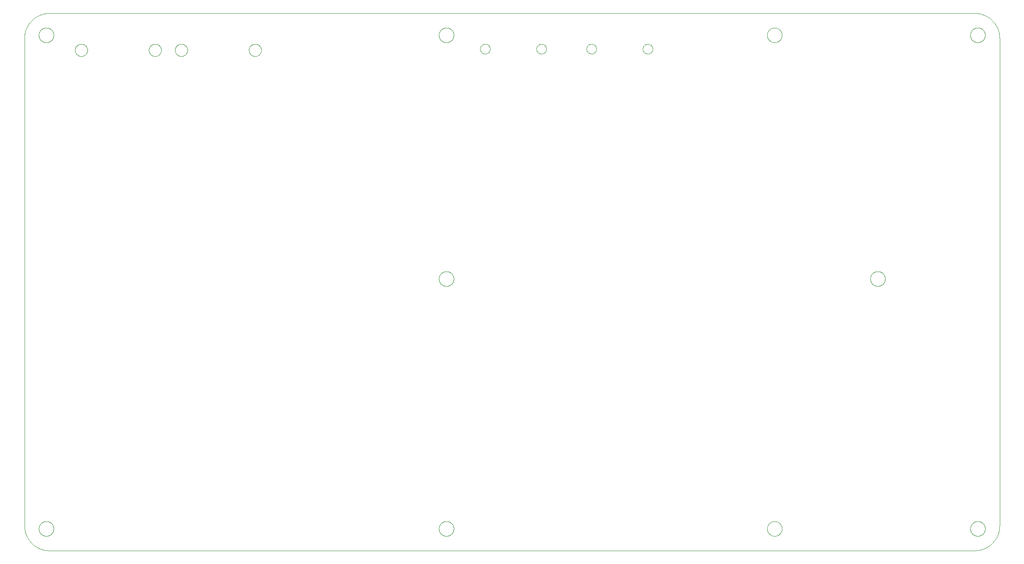
<source format=gtp>
G75*
%MOIN*%
%OFA0B0*%
%FSLAX25Y25*%
%IPPOS*%
%LPD*%
%AMOC8*
5,1,8,0,0,1.08239X$1,22.5*
%
%ADD10C,0.00001*%
%ADD11C,0.00000*%
D10*
X0001800Y0411800D02*
X0001806Y0412283D01*
X0001823Y0412766D01*
X0001853Y0413248D01*
X0001893Y0413730D01*
X0001946Y0414210D01*
X0002010Y0414689D01*
X0002085Y0415167D01*
X0002173Y0415642D01*
X0002271Y0416115D01*
X0002381Y0416586D01*
X0002502Y0417054D01*
X0002635Y0417519D01*
X0002779Y0417980D01*
X0002934Y0418438D01*
X0003100Y0418892D01*
X0003276Y0419342D01*
X0003464Y0419787D01*
X0003662Y0420228D01*
X0003871Y0420664D01*
X0004091Y0421094D01*
X0004321Y0421520D01*
X0004561Y0421939D01*
X0004811Y0422353D01*
X0005071Y0422760D01*
X0005340Y0423161D01*
X0005620Y0423556D01*
X0005908Y0423943D01*
X0006206Y0424324D01*
X0006514Y0424697D01*
X0006830Y0425062D01*
X0007155Y0425420D01*
X0007488Y0425770D01*
X0007830Y0426112D01*
X0008180Y0426445D01*
X0008538Y0426770D01*
X0008903Y0427086D01*
X0009276Y0427394D01*
X0009657Y0427692D01*
X0010044Y0427980D01*
X0010439Y0428260D01*
X0010840Y0428529D01*
X0011247Y0428789D01*
X0011661Y0429039D01*
X0012080Y0429279D01*
X0012506Y0429509D01*
X0012936Y0429729D01*
X0013372Y0429938D01*
X0013813Y0430136D01*
X0014258Y0430324D01*
X0014708Y0430500D01*
X0015162Y0430666D01*
X0015620Y0430821D01*
X0016081Y0430965D01*
X0016546Y0431098D01*
X0017014Y0431219D01*
X0017485Y0431329D01*
X0017958Y0431427D01*
X0018433Y0431515D01*
X0018911Y0431590D01*
X0019390Y0431654D01*
X0019870Y0431707D01*
X0020352Y0431747D01*
X0020834Y0431777D01*
X0021317Y0431794D01*
X0021800Y0431800D01*
D11*
X0021800Y0001800D02*
X0761800Y0001800D01*
X0758394Y0019300D02*
X0758396Y0019453D01*
X0758402Y0019607D01*
X0758412Y0019760D01*
X0758426Y0019912D01*
X0758444Y0020065D01*
X0758466Y0020216D01*
X0758491Y0020367D01*
X0758521Y0020518D01*
X0758555Y0020668D01*
X0758592Y0020816D01*
X0758633Y0020964D01*
X0758678Y0021110D01*
X0758727Y0021256D01*
X0758780Y0021400D01*
X0758836Y0021542D01*
X0758896Y0021683D01*
X0758960Y0021823D01*
X0759027Y0021961D01*
X0759098Y0022097D01*
X0759173Y0022231D01*
X0759250Y0022363D01*
X0759332Y0022493D01*
X0759416Y0022621D01*
X0759504Y0022747D01*
X0759595Y0022870D01*
X0759689Y0022991D01*
X0759787Y0023109D01*
X0759887Y0023225D01*
X0759991Y0023338D01*
X0760097Y0023449D01*
X0760206Y0023557D01*
X0760318Y0023662D01*
X0760432Y0023763D01*
X0760550Y0023862D01*
X0760669Y0023958D01*
X0760791Y0024051D01*
X0760916Y0024140D01*
X0761043Y0024227D01*
X0761172Y0024309D01*
X0761303Y0024389D01*
X0761436Y0024465D01*
X0761571Y0024538D01*
X0761708Y0024607D01*
X0761847Y0024672D01*
X0761987Y0024734D01*
X0762129Y0024792D01*
X0762272Y0024847D01*
X0762417Y0024898D01*
X0762563Y0024945D01*
X0762710Y0024988D01*
X0762858Y0025027D01*
X0763007Y0025063D01*
X0763157Y0025094D01*
X0763308Y0025122D01*
X0763459Y0025146D01*
X0763612Y0025166D01*
X0763764Y0025182D01*
X0763917Y0025194D01*
X0764070Y0025202D01*
X0764223Y0025206D01*
X0764377Y0025206D01*
X0764530Y0025202D01*
X0764683Y0025194D01*
X0764836Y0025182D01*
X0764988Y0025166D01*
X0765141Y0025146D01*
X0765292Y0025122D01*
X0765443Y0025094D01*
X0765593Y0025063D01*
X0765742Y0025027D01*
X0765890Y0024988D01*
X0766037Y0024945D01*
X0766183Y0024898D01*
X0766328Y0024847D01*
X0766471Y0024792D01*
X0766613Y0024734D01*
X0766753Y0024672D01*
X0766892Y0024607D01*
X0767029Y0024538D01*
X0767164Y0024465D01*
X0767297Y0024389D01*
X0767428Y0024309D01*
X0767557Y0024227D01*
X0767684Y0024140D01*
X0767809Y0024051D01*
X0767931Y0023958D01*
X0768050Y0023862D01*
X0768168Y0023763D01*
X0768282Y0023662D01*
X0768394Y0023557D01*
X0768503Y0023449D01*
X0768609Y0023338D01*
X0768713Y0023225D01*
X0768813Y0023109D01*
X0768911Y0022991D01*
X0769005Y0022870D01*
X0769096Y0022747D01*
X0769184Y0022621D01*
X0769268Y0022493D01*
X0769350Y0022363D01*
X0769427Y0022231D01*
X0769502Y0022097D01*
X0769573Y0021961D01*
X0769640Y0021823D01*
X0769704Y0021683D01*
X0769764Y0021542D01*
X0769820Y0021400D01*
X0769873Y0021256D01*
X0769922Y0021110D01*
X0769967Y0020964D01*
X0770008Y0020816D01*
X0770045Y0020668D01*
X0770079Y0020518D01*
X0770109Y0020367D01*
X0770134Y0020216D01*
X0770156Y0020065D01*
X0770174Y0019912D01*
X0770188Y0019760D01*
X0770198Y0019607D01*
X0770204Y0019453D01*
X0770206Y0019300D01*
X0770204Y0019147D01*
X0770198Y0018993D01*
X0770188Y0018840D01*
X0770174Y0018688D01*
X0770156Y0018535D01*
X0770134Y0018384D01*
X0770109Y0018233D01*
X0770079Y0018082D01*
X0770045Y0017932D01*
X0770008Y0017784D01*
X0769967Y0017636D01*
X0769922Y0017490D01*
X0769873Y0017344D01*
X0769820Y0017200D01*
X0769764Y0017058D01*
X0769704Y0016917D01*
X0769640Y0016777D01*
X0769573Y0016639D01*
X0769502Y0016503D01*
X0769427Y0016369D01*
X0769350Y0016237D01*
X0769268Y0016107D01*
X0769184Y0015979D01*
X0769096Y0015853D01*
X0769005Y0015730D01*
X0768911Y0015609D01*
X0768813Y0015491D01*
X0768713Y0015375D01*
X0768609Y0015262D01*
X0768503Y0015151D01*
X0768394Y0015043D01*
X0768282Y0014938D01*
X0768168Y0014837D01*
X0768050Y0014738D01*
X0767931Y0014642D01*
X0767809Y0014549D01*
X0767684Y0014460D01*
X0767557Y0014373D01*
X0767428Y0014291D01*
X0767297Y0014211D01*
X0767164Y0014135D01*
X0767029Y0014062D01*
X0766892Y0013993D01*
X0766753Y0013928D01*
X0766613Y0013866D01*
X0766471Y0013808D01*
X0766328Y0013753D01*
X0766183Y0013702D01*
X0766037Y0013655D01*
X0765890Y0013612D01*
X0765742Y0013573D01*
X0765593Y0013537D01*
X0765443Y0013506D01*
X0765292Y0013478D01*
X0765141Y0013454D01*
X0764988Y0013434D01*
X0764836Y0013418D01*
X0764683Y0013406D01*
X0764530Y0013398D01*
X0764377Y0013394D01*
X0764223Y0013394D01*
X0764070Y0013398D01*
X0763917Y0013406D01*
X0763764Y0013418D01*
X0763612Y0013434D01*
X0763459Y0013454D01*
X0763308Y0013478D01*
X0763157Y0013506D01*
X0763007Y0013537D01*
X0762858Y0013573D01*
X0762710Y0013612D01*
X0762563Y0013655D01*
X0762417Y0013702D01*
X0762272Y0013753D01*
X0762129Y0013808D01*
X0761987Y0013866D01*
X0761847Y0013928D01*
X0761708Y0013993D01*
X0761571Y0014062D01*
X0761436Y0014135D01*
X0761303Y0014211D01*
X0761172Y0014291D01*
X0761043Y0014373D01*
X0760916Y0014460D01*
X0760791Y0014549D01*
X0760669Y0014642D01*
X0760550Y0014738D01*
X0760432Y0014837D01*
X0760318Y0014938D01*
X0760206Y0015043D01*
X0760097Y0015151D01*
X0759991Y0015262D01*
X0759887Y0015375D01*
X0759787Y0015491D01*
X0759689Y0015609D01*
X0759595Y0015730D01*
X0759504Y0015853D01*
X0759416Y0015979D01*
X0759332Y0016107D01*
X0759250Y0016237D01*
X0759173Y0016369D01*
X0759098Y0016503D01*
X0759027Y0016639D01*
X0758960Y0016777D01*
X0758896Y0016917D01*
X0758836Y0017058D01*
X0758780Y0017200D01*
X0758727Y0017344D01*
X0758678Y0017490D01*
X0758633Y0017636D01*
X0758592Y0017784D01*
X0758555Y0017932D01*
X0758521Y0018082D01*
X0758491Y0018233D01*
X0758466Y0018384D01*
X0758444Y0018535D01*
X0758426Y0018688D01*
X0758412Y0018840D01*
X0758402Y0018993D01*
X0758396Y0019147D01*
X0758394Y0019300D01*
X0761800Y0001800D02*
X0762283Y0001806D01*
X0762766Y0001823D01*
X0763249Y0001853D01*
X0763730Y0001893D01*
X0764211Y0001946D01*
X0764690Y0002010D01*
X0765167Y0002085D01*
X0765643Y0002173D01*
X0766116Y0002271D01*
X0766586Y0002381D01*
X0767054Y0002502D01*
X0767519Y0002635D01*
X0767980Y0002779D01*
X0768438Y0002934D01*
X0768892Y0003100D01*
X0769342Y0003277D01*
X0769787Y0003464D01*
X0770228Y0003663D01*
X0770664Y0003871D01*
X0771094Y0004091D01*
X0771520Y0004321D01*
X0771939Y0004561D01*
X0772353Y0004811D01*
X0772760Y0005071D01*
X0773161Y0005340D01*
X0773556Y0005620D01*
X0773943Y0005908D01*
X0774324Y0006207D01*
X0774697Y0006514D01*
X0775062Y0006830D01*
X0775420Y0007155D01*
X0775770Y0007488D01*
X0776112Y0007830D01*
X0776445Y0008180D01*
X0776770Y0008538D01*
X0777086Y0008903D01*
X0777393Y0009276D01*
X0777692Y0009657D01*
X0777980Y0010044D01*
X0778260Y0010439D01*
X0778529Y0010840D01*
X0778789Y0011247D01*
X0779039Y0011661D01*
X0779279Y0012080D01*
X0779509Y0012506D01*
X0779729Y0012936D01*
X0779937Y0013372D01*
X0780136Y0013813D01*
X0780323Y0014258D01*
X0780500Y0014708D01*
X0780666Y0015162D01*
X0780821Y0015620D01*
X0780965Y0016081D01*
X0781098Y0016546D01*
X0781219Y0017014D01*
X0781329Y0017484D01*
X0781427Y0017957D01*
X0781515Y0018433D01*
X0781590Y0018910D01*
X0781654Y0019389D01*
X0781707Y0019870D01*
X0781747Y0020351D01*
X0781777Y0020834D01*
X0781794Y0021317D01*
X0781800Y0021800D01*
X0781800Y0411800D01*
X0758394Y0414300D02*
X0758396Y0414453D01*
X0758402Y0414607D01*
X0758412Y0414760D01*
X0758426Y0414912D01*
X0758444Y0415065D01*
X0758466Y0415216D01*
X0758491Y0415367D01*
X0758521Y0415518D01*
X0758555Y0415668D01*
X0758592Y0415816D01*
X0758633Y0415964D01*
X0758678Y0416110D01*
X0758727Y0416256D01*
X0758780Y0416400D01*
X0758836Y0416542D01*
X0758896Y0416683D01*
X0758960Y0416823D01*
X0759027Y0416961D01*
X0759098Y0417097D01*
X0759173Y0417231D01*
X0759250Y0417363D01*
X0759332Y0417493D01*
X0759416Y0417621D01*
X0759504Y0417747D01*
X0759595Y0417870D01*
X0759689Y0417991D01*
X0759787Y0418109D01*
X0759887Y0418225D01*
X0759991Y0418338D01*
X0760097Y0418449D01*
X0760206Y0418557D01*
X0760318Y0418662D01*
X0760432Y0418763D01*
X0760550Y0418862D01*
X0760669Y0418958D01*
X0760791Y0419051D01*
X0760916Y0419140D01*
X0761043Y0419227D01*
X0761172Y0419309D01*
X0761303Y0419389D01*
X0761436Y0419465D01*
X0761571Y0419538D01*
X0761708Y0419607D01*
X0761847Y0419672D01*
X0761987Y0419734D01*
X0762129Y0419792D01*
X0762272Y0419847D01*
X0762417Y0419898D01*
X0762563Y0419945D01*
X0762710Y0419988D01*
X0762858Y0420027D01*
X0763007Y0420063D01*
X0763157Y0420094D01*
X0763308Y0420122D01*
X0763459Y0420146D01*
X0763612Y0420166D01*
X0763764Y0420182D01*
X0763917Y0420194D01*
X0764070Y0420202D01*
X0764223Y0420206D01*
X0764377Y0420206D01*
X0764530Y0420202D01*
X0764683Y0420194D01*
X0764836Y0420182D01*
X0764988Y0420166D01*
X0765141Y0420146D01*
X0765292Y0420122D01*
X0765443Y0420094D01*
X0765593Y0420063D01*
X0765742Y0420027D01*
X0765890Y0419988D01*
X0766037Y0419945D01*
X0766183Y0419898D01*
X0766328Y0419847D01*
X0766471Y0419792D01*
X0766613Y0419734D01*
X0766753Y0419672D01*
X0766892Y0419607D01*
X0767029Y0419538D01*
X0767164Y0419465D01*
X0767297Y0419389D01*
X0767428Y0419309D01*
X0767557Y0419227D01*
X0767684Y0419140D01*
X0767809Y0419051D01*
X0767931Y0418958D01*
X0768050Y0418862D01*
X0768168Y0418763D01*
X0768282Y0418662D01*
X0768394Y0418557D01*
X0768503Y0418449D01*
X0768609Y0418338D01*
X0768713Y0418225D01*
X0768813Y0418109D01*
X0768911Y0417991D01*
X0769005Y0417870D01*
X0769096Y0417747D01*
X0769184Y0417621D01*
X0769268Y0417493D01*
X0769350Y0417363D01*
X0769427Y0417231D01*
X0769502Y0417097D01*
X0769573Y0416961D01*
X0769640Y0416823D01*
X0769704Y0416683D01*
X0769764Y0416542D01*
X0769820Y0416400D01*
X0769873Y0416256D01*
X0769922Y0416110D01*
X0769967Y0415964D01*
X0770008Y0415816D01*
X0770045Y0415668D01*
X0770079Y0415518D01*
X0770109Y0415367D01*
X0770134Y0415216D01*
X0770156Y0415065D01*
X0770174Y0414912D01*
X0770188Y0414760D01*
X0770198Y0414607D01*
X0770204Y0414453D01*
X0770206Y0414300D01*
X0770204Y0414147D01*
X0770198Y0413993D01*
X0770188Y0413840D01*
X0770174Y0413688D01*
X0770156Y0413535D01*
X0770134Y0413384D01*
X0770109Y0413233D01*
X0770079Y0413082D01*
X0770045Y0412932D01*
X0770008Y0412784D01*
X0769967Y0412636D01*
X0769922Y0412490D01*
X0769873Y0412344D01*
X0769820Y0412200D01*
X0769764Y0412058D01*
X0769704Y0411917D01*
X0769640Y0411777D01*
X0769573Y0411639D01*
X0769502Y0411503D01*
X0769427Y0411369D01*
X0769350Y0411237D01*
X0769268Y0411107D01*
X0769184Y0410979D01*
X0769096Y0410853D01*
X0769005Y0410730D01*
X0768911Y0410609D01*
X0768813Y0410491D01*
X0768713Y0410375D01*
X0768609Y0410262D01*
X0768503Y0410151D01*
X0768394Y0410043D01*
X0768282Y0409938D01*
X0768168Y0409837D01*
X0768050Y0409738D01*
X0767931Y0409642D01*
X0767809Y0409549D01*
X0767684Y0409460D01*
X0767557Y0409373D01*
X0767428Y0409291D01*
X0767297Y0409211D01*
X0767164Y0409135D01*
X0767029Y0409062D01*
X0766892Y0408993D01*
X0766753Y0408928D01*
X0766613Y0408866D01*
X0766471Y0408808D01*
X0766328Y0408753D01*
X0766183Y0408702D01*
X0766037Y0408655D01*
X0765890Y0408612D01*
X0765742Y0408573D01*
X0765593Y0408537D01*
X0765443Y0408506D01*
X0765292Y0408478D01*
X0765141Y0408454D01*
X0764988Y0408434D01*
X0764836Y0408418D01*
X0764683Y0408406D01*
X0764530Y0408398D01*
X0764377Y0408394D01*
X0764223Y0408394D01*
X0764070Y0408398D01*
X0763917Y0408406D01*
X0763764Y0408418D01*
X0763612Y0408434D01*
X0763459Y0408454D01*
X0763308Y0408478D01*
X0763157Y0408506D01*
X0763007Y0408537D01*
X0762858Y0408573D01*
X0762710Y0408612D01*
X0762563Y0408655D01*
X0762417Y0408702D01*
X0762272Y0408753D01*
X0762129Y0408808D01*
X0761987Y0408866D01*
X0761847Y0408928D01*
X0761708Y0408993D01*
X0761571Y0409062D01*
X0761436Y0409135D01*
X0761303Y0409211D01*
X0761172Y0409291D01*
X0761043Y0409373D01*
X0760916Y0409460D01*
X0760791Y0409549D01*
X0760669Y0409642D01*
X0760550Y0409738D01*
X0760432Y0409837D01*
X0760318Y0409938D01*
X0760206Y0410043D01*
X0760097Y0410151D01*
X0759991Y0410262D01*
X0759887Y0410375D01*
X0759787Y0410491D01*
X0759689Y0410609D01*
X0759595Y0410730D01*
X0759504Y0410853D01*
X0759416Y0410979D01*
X0759332Y0411107D01*
X0759250Y0411237D01*
X0759173Y0411369D01*
X0759098Y0411503D01*
X0759027Y0411639D01*
X0758960Y0411777D01*
X0758896Y0411917D01*
X0758836Y0412058D01*
X0758780Y0412200D01*
X0758727Y0412344D01*
X0758678Y0412490D01*
X0758633Y0412636D01*
X0758592Y0412784D01*
X0758555Y0412932D01*
X0758521Y0413082D01*
X0758491Y0413233D01*
X0758466Y0413384D01*
X0758444Y0413535D01*
X0758426Y0413688D01*
X0758412Y0413840D01*
X0758402Y0413993D01*
X0758396Y0414147D01*
X0758394Y0414300D01*
X0761800Y0431800D02*
X0762283Y0431794D01*
X0762766Y0431777D01*
X0763249Y0431747D01*
X0763730Y0431707D01*
X0764211Y0431654D01*
X0764690Y0431590D01*
X0765167Y0431515D01*
X0765643Y0431427D01*
X0766116Y0431329D01*
X0766586Y0431219D01*
X0767054Y0431098D01*
X0767519Y0430965D01*
X0767980Y0430821D01*
X0768438Y0430666D01*
X0768892Y0430500D01*
X0769342Y0430323D01*
X0769787Y0430136D01*
X0770228Y0429937D01*
X0770664Y0429729D01*
X0771094Y0429509D01*
X0771520Y0429279D01*
X0771939Y0429039D01*
X0772353Y0428789D01*
X0772760Y0428529D01*
X0773161Y0428260D01*
X0773556Y0427980D01*
X0773943Y0427692D01*
X0774324Y0427393D01*
X0774697Y0427086D01*
X0775062Y0426770D01*
X0775420Y0426445D01*
X0775770Y0426112D01*
X0776112Y0425770D01*
X0776445Y0425420D01*
X0776770Y0425062D01*
X0777086Y0424697D01*
X0777393Y0424324D01*
X0777692Y0423943D01*
X0777980Y0423556D01*
X0778260Y0423161D01*
X0778529Y0422760D01*
X0778789Y0422353D01*
X0779039Y0421939D01*
X0779279Y0421520D01*
X0779509Y0421094D01*
X0779729Y0420664D01*
X0779937Y0420228D01*
X0780136Y0419787D01*
X0780323Y0419342D01*
X0780500Y0418892D01*
X0780666Y0418438D01*
X0780821Y0417980D01*
X0780965Y0417519D01*
X0781098Y0417054D01*
X0781219Y0416586D01*
X0781329Y0416116D01*
X0781427Y0415643D01*
X0781515Y0415167D01*
X0781590Y0414690D01*
X0781654Y0414211D01*
X0781707Y0413730D01*
X0781747Y0413249D01*
X0781777Y0412766D01*
X0781794Y0412283D01*
X0781800Y0411800D01*
X0761800Y0431800D02*
X0021800Y0431800D01*
X0013394Y0414300D02*
X0013396Y0414453D01*
X0013402Y0414607D01*
X0013412Y0414760D01*
X0013426Y0414912D01*
X0013444Y0415065D01*
X0013466Y0415216D01*
X0013491Y0415367D01*
X0013521Y0415518D01*
X0013555Y0415668D01*
X0013592Y0415816D01*
X0013633Y0415964D01*
X0013678Y0416110D01*
X0013727Y0416256D01*
X0013780Y0416400D01*
X0013836Y0416542D01*
X0013896Y0416683D01*
X0013960Y0416823D01*
X0014027Y0416961D01*
X0014098Y0417097D01*
X0014173Y0417231D01*
X0014250Y0417363D01*
X0014332Y0417493D01*
X0014416Y0417621D01*
X0014504Y0417747D01*
X0014595Y0417870D01*
X0014689Y0417991D01*
X0014787Y0418109D01*
X0014887Y0418225D01*
X0014991Y0418338D01*
X0015097Y0418449D01*
X0015206Y0418557D01*
X0015318Y0418662D01*
X0015432Y0418763D01*
X0015550Y0418862D01*
X0015669Y0418958D01*
X0015791Y0419051D01*
X0015916Y0419140D01*
X0016043Y0419227D01*
X0016172Y0419309D01*
X0016303Y0419389D01*
X0016436Y0419465D01*
X0016571Y0419538D01*
X0016708Y0419607D01*
X0016847Y0419672D01*
X0016987Y0419734D01*
X0017129Y0419792D01*
X0017272Y0419847D01*
X0017417Y0419898D01*
X0017563Y0419945D01*
X0017710Y0419988D01*
X0017858Y0420027D01*
X0018007Y0420063D01*
X0018157Y0420094D01*
X0018308Y0420122D01*
X0018459Y0420146D01*
X0018612Y0420166D01*
X0018764Y0420182D01*
X0018917Y0420194D01*
X0019070Y0420202D01*
X0019223Y0420206D01*
X0019377Y0420206D01*
X0019530Y0420202D01*
X0019683Y0420194D01*
X0019836Y0420182D01*
X0019988Y0420166D01*
X0020141Y0420146D01*
X0020292Y0420122D01*
X0020443Y0420094D01*
X0020593Y0420063D01*
X0020742Y0420027D01*
X0020890Y0419988D01*
X0021037Y0419945D01*
X0021183Y0419898D01*
X0021328Y0419847D01*
X0021471Y0419792D01*
X0021613Y0419734D01*
X0021753Y0419672D01*
X0021892Y0419607D01*
X0022029Y0419538D01*
X0022164Y0419465D01*
X0022297Y0419389D01*
X0022428Y0419309D01*
X0022557Y0419227D01*
X0022684Y0419140D01*
X0022809Y0419051D01*
X0022931Y0418958D01*
X0023050Y0418862D01*
X0023168Y0418763D01*
X0023282Y0418662D01*
X0023394Y0418557D01*
X0023503Y0418449D01*
X0023609Y0418338D01*
X0023713Y0418225D01*
X0023813Y0418109D01*
X0023911Y0417991D01*
X0024005Y0417870D01*
X0024096Y0417747D01*
X0024184Y0417621D01*
X0024268Y0417493D01*
X0024350Y0417363D01*
X0024427Y0417231D01*
X0024502Y0417097D01*
X0024573Y0416961D01*
X0024640Y0416823D01*
X0024704Y0416683D01*
X0024764Y0416542D01*
X0024820Y0416400D01*
X0024873Y0416256D01*
X0024922Y0416110D01*
X0024967Y0415964D01*
X0025008Y0415816D01*
X0025045Y0415668D01*
X0025079Y0415518D01*
X0025109Y0415367D01*
X0025134Y0415216D01*
X0025156Y0415065D01*
X0025174Y0414912D01*
X0025188Y0414760D01*
X0025198Y0414607D01*
X0025204Y0414453D01*
X0025206Y0414300D01*
X0025204Y0414147D01*
X0025198Y0413993D01*
X0025188Y0413840D01*
X0025174Y0413688D01*
X0025156Y0413535D01*
X0025134Y0413384D01*
X0025109Y0413233D01*
X0025079Y0413082D01*
X0025045Y0412932D01*
X0025008Y0412784D01*
X0024967Y0412636D01*
X0024922Y0412490D01*
X0024873Y0412344D01*
X0024820Y0412200D01*
X0024764Y0412058D01*
X0024704Y0411917D01*
X0024640Y0411777D01*
X0024573Y0411639D01*
X0024502Y0411503D01*
X0024427Y0411369D01*
X0024350Y0411237D01*
X0024268Y0411107D01*
X0024184Y0410979D01*
X0024096Y0410853D01*
X0024005Y0410730D01*
X0023911Y0410609D01*
X0023813Y0410491D01*
X0023713Y0410375D01*
X0023609Y0410262D01*
X0023503Y0410151D01*
X0023394Y0410043D01*
X0023282Y0409938D01*
X0023168Y0409837D01*
X0023050Y0409738D01*
X0022931Y0409642D01*
X0022809Y0409549D01*
X0022684Y0409460D01*
X0022557Y0409373D01*
X0022428Y0409291D01*
X0022297Y0409211D01*
X0022164Y0409135D01*
X0022029Y0409062D01*
X0021892Y0408993D01*
X0021753Y0408928D01*
X0021613Y0408866D01*
X0021471Y0408808D01*
X0021328Y0408753D01*
X0021183Y0408702D01*
X0021037Y0408655D01*
X0020890Y0408612D01*
X0020742Y0408573D01*
X0020593Y0408537D01*
X0020443Y0408506D01*
X0020292Y0408478D01*
X0020141Y0408454D01*
X0019988Y0408434D01*
X0019836Y0408418D01*
X0019683Y0408406D01*
X0019530Y0408398D01*
X0019377Y0408394D01*
X0019223Y0408394D01*
X0019070Y0408398D01*
X0018917Y0408406D01*
X0018764Y0408418D01*
X0018612Y0408434D01*
X0018459Y0408454D01*
X0018308Y0408478D01*
X0018157Y0408506D01*
X0018007Y0408537D01*
X0017858Y0408573D01*
X0017710Y0408612D01*
X0017563Y0408655D01*
X0017417Y0408702D01*
X0017272Y0408753D01*
X0017129Y0408808D01*
X0016987Y0408866D01*
X0016847Y0408928D01*
X0016708Y0408993D01*
X0016571Y0409062D01*
X0016436Y0409135D01*
X0016303Y0409211D01*
X0016172Y0409291D01*
X0016043Y0409373D01*
X0015916Y0409460D01*
X0015791Y0409549D01*
X0015669Y0409642D01*
X0015550Y0409738D01*
X0015432Y0409837D01*
X0015318Y0409938D01*
X0015206Y0410043D01*
X0015097Y0410151D01*
X0014991Y0410262D01*
X0014887Y0410375D01*
X0014787Y0410491D01*
X0014689Y0410609D01*
X0014595Y0410730D01*
X0014504Y0410853D01*
X0014416Y0410979D01*
X0014332Y0411107D01*
X0014250Y0411237D01*
X0014173Y0411369D01*
X0014098Y0411503D01*
X0014027Y0411639D01*
X0013960Y0411777D01*
X0013896Y0411917D01*
X0013836Y0412058D01*
X0013780Y0412200D01*
X0013727Y0412344D01*
X0013678Y0412490D01*
X0013633Y0412636D01*
X0013592Y0412784D01*
X0013555Y0412932D01*
X0013521Y0413082D01*
X0013491Y0413233D01*
X0013466Y0413384D01*
X0013444Y0413535D01*
X0013426Y0413688D01*
X0013412Y0413840D01*
X0013402Y0413993D01*
X0013396Y0414147D01*
X0013394Y0414300D01*
X0001800Y0411800D02*
X0001800Y0021800D01*
X0013394Y0019300D02*
X0013396Y0019453D01*
X0013402Y0019607D01*
X0013412Y0019760D01*
X0013426Y0019912D01*
X0013444Y0020065D01*
X0013466Y0020216D01*
X0013491Y0020367D01*
X0013521Y0020518D01*
X0013555Y0020668D01*
X0013592Y0020816D01*
X0013633Y0020964D01*
X0013678Y0021110D01*
X0013727Y0021256D01*
X0013780Y0021400D01*
X0013836Y0021542D01*
X0013896Y0021683D01*
X0013960Y0021823D01*
X0014027Y0021961D01*
X0014098Y0022097D01*
X0014173Y0022231D01*
X0014250Y0022363D01*
X0014332Y0022493D01*
X0014416Y0022621D01*
X0014504Y0022747D01*
X0014595Y0022870D01*
X0014689Y0022991D01*
X0014787Y0023109D01*
X0014887Y0023225D01*
X0014991Y0023338D01*
X0015097Y0023449D01*
X0015206Y0023557D01*
X0015318Y0023662D01*
X0015432Y0023763D01*
X0015550Y0023862D01*
X0015669Y0023958D01*
X0015791Y0024051D01*
X0015916Y0024140D01*
X0016043Y0024227D01*
X0016172Y0024309D01*
X0016303Y0024389D01*
X0016436Y0024465D01*
X0016571Y0024538D01*
X0016708Y0024607D01*
X0016847Y0024672D01*
X0016987Y0024734D01*
X0017129Y0024792D01*
X0017272Y0024847D01*
X0017417Y0024898D01*
X0017563Y0024945D01*
X0017710Y0024988D01*
X0017858Y0025027D01*
X0018007Y0025063D01*
X0018157Y0025094D01*
X0018308Y0025122D01*
X0018459Y0025146D01*
X0018612Y0025166D01*
X0018764Y0025182D01*
X0018917Y0025194D01*
X0019070Y0025202D01*
X0019223Y0025206D01*
X0019377Y0025206D01*
X0019530Y0025202D01*
X0019683Y0025194D01*
X0019836Y0025182D01*
X0019988Y0025166D01*
X0020141Y0025146D01*
X0020292Y0025122D01*
X0020443Y0025094D01*
X0020593Y0025063D01*
X0020742Y0025027D01*
X0020890Y0024988D01*
X0021037Y0024945D01*
X0021183Y0024898D01*
X0021328Y0024847D01*
X0021471Y0024792D01*
X0021613Y0024734D01*
X0021753Y0024672D01*
X0021892Y0024607D01*
X0022029Y0024538D01*
X0022164Y0024465D01*
X0022297Y0024389D01*
X0022428Y0024309D01*
X0022557Y0024227D01*
X0022684Y0024140D01*
X0022809Y0024051D01*
X0022931Y0023958D01*
X0023050Y0023862D01*
X0023168Y0023763D01*
X0023282Y0023662D01*
X0023394Y0023557D01*
X0023503Y0023449D01*
X0023609Y0023338D01*
X0023713Y0023225D01*
X0023813Y0023109D01*
X0023911Y0022991D01*
X0024005Y0022870D01*
X0024096Y0022747D01*
X0024184Y0022621D01*
X0024268Y0022493D01*
X0024350Y0022363D01*
X0024427Y0022231D01*
X0024502Y0022097D01*
X0024573Y0021961D01*
X0024640Y0021823D01*
X0024704Y0021683D01*
X0024764Y0021542D01*
X0024820Y0021400D01*
X0024873Y0021256D01*
X0024922Y0021110D01*
X0024967Y0020964D01*
X0025008Y0020816D01*
X0025045Y0020668D01*
X0025079Y0020518D01*
X0025109Y0020367D01*
X0025134Y0020216D01*
X0025156Y0020065D01*
X0025174Y0019912D01*
X0025188Y0019760D01*
X0025198Y0019607D01*
X0025204Y0019453D01*
X0025206Y0019300D01*
X0025204Y0019147D01*
X0025198Y0018993D01*
X0025188Y0018840D01*
X0025174Y0018688D01*
X0025156Y0018535D01*
X0025134Y0018384D01*
X0025109Y0018233D01*
X0025079Y0018082D01*
X0025045Y0017932D01*
X0025008Y0017784D01*
X0024967Y0017636D01*
X0024922Y0017490D01*
X0024873Y0017344D01*
X0024820Y0017200D01*
X0024764Y0017058D01*
X0024704Y0016917D01*
X0024640Y0016777D01*
X0024573Y0016639D01*
X0024502Y0016503D01*
X0024427Y0016369D01*
X0024350Y0016237D01*
X0024268Y0016107D01*
X0024184Y0015979D01*
X0024096Y0015853D01*
X0024005Y0015730D01*
X0023911Y0015609D01*
X0023813Y0015491D01*
X0023713Y0015375D01*
X0023609Y0015262D01*
X0023503Y0015151D01*
X0023394Y0015043D01*
X0023282Y0014938D01*
X0023168Y0014837D01*
X0023050Y0014738D01*
X0022931Y0014642D01*
X0022809Y0014549D01*
X0022684Y0014460D01*
X0022557Y0014373D01*
X0022428Y0014291D01*
X0022297Y0014211D01*
X0022164Y0014135D01*
X0022029Y0014062D01*
X0021892Y0013993D01*
X0021753Y0013928D01*
X0021613Y0013866D01*
X0021471Y0013808D01*
X0021328Y0013753D01*
X0021183Y0013702D01*
X0021037Y0013655D01*
X0020890Y0013612D01*
X0020742Y0013573D01*
X0020593Y0013537D01*
X0020443Y0013506D01*
X0020292Y0013478D01*
X0020141Y0013454D01*
X0019988Y0013434D01*
X0019836Y0013418D01*
X0019683Y0013406D01*
X0019530Y0013398D01*
X0019377Y0013394D01*
X0019223Y0013394D01*
X0019070Y0013398D01*
X0018917Y0013406D01*
X0018764Y0013418D01*
X0018612Y0013434D01*
X0018459Y0013454D01*
X0018308Y0013478D01*
X0018157Y0013506D01*
X0018007Y0013537D01*
X0017858Y0013573D01*
X0017710Y0013612D01*
X0017563Y0013655D01*
X0017417Y0013702D01*
X0017272Y0013753D01*
X0017129Y0013808D01*
X0016987Y0013866D01*
X0016847Y0013928D01*
X0016708Y0013993D01*
X0016571Y0014062D01*
X0016436Y0014135D01*
X0016303Y0014211D01*
X0016172Y0014291D01*
X0016043Y0014373D01*
X0015916Y0014460D01*
X0015791Y0014549D01*
X0015669Y0014642D01*
X0015550Y0014738D01*
X0015432Y0014837D01*
X0015318Y0014938D01*
X0015206Y0015043D01*
X0015097Y0015151D01*
X0014991Y0015262D01*
X0014887Y0015375D01*
X0014787Y0015491D01*
X0014689Y0015609D01*
X0014595Y0015730D01*
X0014504Y0015853D01*
X0014416Y0015979D01*
X0014332Y0016107D01*
X0014250Y0016237D01*
X0014173Y0016369D01*
X0014098Y0016503D01*
X0014027Y0016639D01*
X0013960Y0016777D01*
X0013896Y0016917D01*
X0013836Y0017058D01*
X0013780Y0017200D01*
X0013727Y0017344D01*
X0013678Y0017490D01*
X0013633Y0017636D01*
X0013592Y0017784D01*
X0013555Y0017932D01*
X0013521Y0018082D01*
X0013491Y0018233D01*
X0013466Y0018384D01*
X0013444Y0018535D01*
X0013426Y0018688D01*
X0013412Y0018840D01*
X0013402Y0018993D01*
X0013396Y0019147D01*
X0013394Y0019300D01*
X0001800Y0021800D02*
X0001806Y0021317D01*
X0001823Y0020834D01*
X0001853Y0020351D01*
X0001893Y0019870D01*
X0001946Y0019389D01*
X0002010Y0018910D01*
X0002085Y0018433D01*
X0002173Y0017957D01*
X0002271Y0017484D01*
X0002381Y0017014D01*
X0002502Y0016546D01*
X0002635Y0016081D01*
X0002779Y0015620D01*
X0002934Y0015162D01*
X0003100Y0014708D01*
X0003277Y0014258D01*
X0003464Y0013813D01*
X0003663Y0013372D01*
X0003871Y0012936D01*
X0004091Y0012506D01*
X0004321Y0012080D01*
X0004561Y0011661D01*
X0004811Y0011247D01*
X0005071Y0010840D01*
X0005340Y0010439D01*
X0005620Y0010044D01*
X0005908Y0009657D01*
X0006207Y0009276D01*
X0006514Y0008903D01*
X0006830Y0008538D01*
X0007155Y0008180D01*
X0007488Y0007830D01*
X0007830Y0007488D01*
X0008180Y0007155D01*
X0008538Y0006830D01*
X0008903Y0006514D01*
X0009276Y0006207D01*
X0009657Y0005908D01*
X0010044Y0005620D01*
X0010439Y0005340D01*
X0010840Y0005071D01*
X0011247Y0004811D01*
X0011661Y0004561D01*
X0012080Y0004321D01*
X0012506Y0004091D01*
X0012936Y0003871D01*
X0013372Y0003663D01*
X0013813Y0003464D01*
X0014258Y0003277D01*
X0014708Y0003100D01*
X0015162Y0002934D01*
X0015620Y0002779D01*
X0016081Y0002635D01*
X0016546Y0002502D01*
X0017014Y0002381D01*
X0017484Y0002271D01*
X0017957Y0002173D01*
X0018433Y0002085D01*
X0018910Y0002010D01*
X0019389Y0001946D01*
X0019870Y0001893D01*
X0020351Y0001853D01*
X0020834Y0001823D01*
X0021317Y0001806D01*
X0021800Y0001800D01*
X0333394Y0019300D02*
X0333396Y0019453D01*
X0333402Y0019607D01*
X0333412Y0019760D01*
X0333426Y0019912D01*
X0333444Y0020065D01*
X0333466Y0020216D01*
X0333491Y0020367D01*
X0333521Y0020518D01*
X0333555Y0020668D01*
X0333592Y0020816D01*
X0333633Y0020964D01*
X0333678Y0021110D01*
X0333727Y0021256D01*
X0333780Y0021400D01*
X0333836Y0021542D01*
X0333896Y0021683D01*
X0333960Y0021823D01*
X0334027Y0021961D01*
X0334098Y0022097D01*
X0334173Y0022231D01*
X0334250Y0022363D01*
X0334332Y0022493D01*
X0334416Y0022621D01*
X0334504Y0022747D01*
X0334595Y0022870D01*
X0334689Y0022991D01*
X0334787Y0023109D01*
X0334887Y0023225D01*
X0334991Y0023338D01*
X0335097Y0023449D01*
X0335206Y0023557D01*
X0335318Y0023662D01*
X0335432Y0023763D01*
X0335550Y0023862D01*
X0335669Y0023958D01*
X0335791Y0024051D01*
X0335916Y0024140D01*
X0336043Y0024227D01*
X0336172Y0024309D01*
X0336303Y0024389D01*
X0336436Y0024465D01*
X0336571Y0024538D01*
X0336708Y0024607D01*
X0336847Y0024672D01*
X0336987Y0024734D01*
X0337129Y0024792D01*
X0337272Y0024847D01*
X0337417Y0024898D01*
X0337563Y0024945D01*
X0337710Y0024988D01*
X0337858Y0025027D01*
X0338007Y0025063D01*
X0338157Y0025094D01*
X0338308Y0025122D01*
X0338459Y0025146D01*
X0338612Y0025166D01*
X0338764Y0025182D01*
X0338917Y0025194D01*
X0339070Y0025202D01*
X0339223Y0025206D01*
X0339377Y0025206D01*
X0339530Y0025202D01*
X0339683Y0025194D01*
X0339836Y0025182D01*
X0339988Y0025166D01*
X0340141Y0025146D01*
X0340292Y0025122D01*
X0340443Y0025094D01*
X0340593Y0025063D01*
X0340742Y0025027D01*
X0340890Y0024988D01*
X0341037Y0024945D01*
X0341183Y0024898D01*
X0341328Y0024847D01*
X0341471Y0024792D01*
X0341613Y0024734D01*
X0341753Y0024672D01*
X0341892Y0024607D01*
X0342029Y0024538D01*
X0342164Y0024465D01*
X0342297Y0024389D01*
X0342428Y0024309D01*
X0342557Y0024227D01*
X0342684Y0024140D01*
X0342809Y0024051D01*
X0342931Y0023958D01*
X0343050Y0023862D01*
X0343168Y0023763D01*
X0343282Y0023662D01*
X0343394Y0023557D01*
X0343503Y0023449D01*
X0343609Y0023338D01*
X0343713Y0023225D01*
X0343813Y0023109D01*
X0343911Y0022991D01*
X0344005Y0022870D01*
X0344096Y0022747D01*
X0344184Y0022621D01*
X0344268Y0022493D01*
X0344350Y0022363D01*
X0344427Y0022231D01*
X0344502Y0022097D01*
X0344573Y0021961D01*
X0344640Y0021823D01*
X0344704Y0021683D01*
X0344764Y0021542D01*
X0344820Y0021400D01*
X0344873Y0021256D01*
X0344922Y0021110D01*
X0344967Y0020964D01*
X0345008Y0020816D01*
X0345045Y0020668D01*
X0345079Y0020518D01*
X0345109Y0020367D01*
X0345134Y0020216D01*
X0345156Y0020065D01*
X0345174Y0019912D01*
X0345188Y0019760D01*
X0345198Y0019607D01*
X0345204Y0019453D01*
X0345206Y0019300D01*
X0345204Y0019147D01*
X0345198Y0018993D01*
X0345188Y0018840D01*
X0345174Y0018688D01*
X0345156Y0018535D01*
X0345134Y0018384D01*
X0345109Y0018233D01*
X0345079Y0018082D01*
X0345045Y0017932D01*
X0345008Y0017784D01*
X0344967Y0017636D01*
X0344922Y0017490D01*
X0344873Y0017344D01*
X0344820Y0017200D01*
X0344764Y0017058D01*
X0344704Y0016917D01*
X0344640Y0016777D01*
X0344573Y0016639D01*
X0344502Y0016503D01*
X0344427Y0016369D01*
X0344350Y0016237D01*
X0344268Y0016107D01*
X0344184Y0015979D01*
X0344096Y0015853D01*
X0344005Y0015730D01*
X0343911Y0015609D01*
X0343813Y0015491D01*
X0343713Y0015375D01*
X0343609Y0015262D01*
X0343503Y0015151D01*
X0343394Y0015043D01*
X0343282Y0014938D01*
X0343168Y0014837D01*
X0343050Y0014738D01*
X0342931Y0014642D01*
X0342809Y0014549D01*
X0342684Y0014460D01*
X0342557Y0014373D01*
X0342428Y0014291D01*
X0342297Y0014211D01*
X0342164Y0014135D01*
X0342029Y0014062D01*
X0341892Y0013993D01*
X0341753Y0013928D01*
X0341613Y0013866D01*
X0341471Y0013808D01*
X0341328Y0013753D01*
X0341183Y0013702D01*
X0341037Y0013655D01*
X0340890Y0013612D01*
X0340742Y0013573D01*
X0340593Y0013537D01*
X0340443Y0013506D01*
X0340292Y0013478D01*
X0340141Y0013454D01*
X0339988Y0013434D01*
X0339836Y0013418D01*
X0339683Y0013406D01*
X0339530Y0013398D01*
X0339377Y0013394D01*
X0339223Y0013394D01*
X0339070Y0013398D01*
X0338917Y0013406D01*
X0338764Y0013418D01*
X0338612Y0013434D01*
X0338459Y0013454D01*
X0338308Y0013478D01*
X0338157Y0013506D01*
X0338007Y0013537D01*
X0337858Y0013573D01*
X0337710Y0013612D01*
X0337563Y0013655D01*
X0337417Y0013702D01*
X0337272Y0013753D01*
X0337129Y0013808D01*
X0336987Y0013866D01*
X0336847Y0013928D01*
X0336708Y0013993D01*
X0336571Y0014062D01*
X0336436Y0014135D01*
X0336303Y0014211D01*
X0336172Y0014291D01*
X0336043Y0014373D01*
X0335916Y0014460D01*
X0335791Y0014549D01*
X0335669Y0014642D01*
X0335550Y0014738D01*
X0335432Y0014837D01*
X0335318Y0014938D01*
X0335206Y0015043D01*
X0335097Y0015151D01*
X0334991Y0015262D01*
X0334887Y0015375D01*
X0334787Y0015491D01*
X0334689Y0015609D01*
X0334595Y0015730D01*
X0334504Y0015853D01*
X0334416Y0015979D01*
X0334332Y0016107D01*
X0334250Y0016237D01*
X0334173Y0016369D01*
X0334098Y0016503D01*
X0334027Y0016639D01*
X0333960Y0016777D01*
X0333896Y0016917D01*
X0333836Y0017058D01*
X0333780Y0017200D01*
X0333727Y0017344D01*
X0333678Y0017490D01*
X0333633Y0017636D01*
X0333592Y0017784D01*
X0333555Y0017932D01*
X0333521Y0018082D01*
X0333491Y0018233D01*
X0333466Y0018384D01*
X0333444Y0018535D01*
X0333426Y0018688D01*
X0333412Y0018840D01*
X0333402Y0018993D01*
X0333396Y0019147D01*
X0333394Y0019300D01*
X0595894Y0019300D02*
X0595896Y0019453D01*
X0595902Y0019607D01*
X0595912Y0019760D01*
X0595926Y0019912D01*
X0595944Y0020065D01*
X0595966Y0020216D01*
X0595991Y0020367D01*
X0596021Y0020518D01*
X0596055Y0020668D01*
X0596092Y0020816D01*
X0596133Y0020964D01*
X0596178Y0021110D01*
X0596227Y0021256D01*
X0596280Y0021400D01*
X0596336Y0021542D01*
X0596396Y0021683D01*
X0596460Y0021823D01*
X0596527Y0021961D01*
X0596598Y0022097D01*
X0596673Y0022231D01*
X0596750Y0022363D01*
X0596832Y0022493D01*
X0596916Y0022621D01*
X0597004Y0022747D01*
X0597095Y0022870D01*
X0597189Y0022991D01*
X0597287Y0023109D01*
X0597387Y0023225D01*
X0597491Y0023338D01*
X0597597Y0023449D01*
X0597706Y0023557D01*
X0597818Y0023662D01*
X0597932Y0023763D01*
X0598050Y0023862D01*
X0598169Y0023958D01*
X0598291Y0024051D01*
X0598416Y0024140D01*
X0598543Y0024227D01*
X0598672Y0024309D01*
X0598803Y0024389D01*
X0598936Y0024465D01*
X0599071Y0024538D01*
X0599208Y0024607D01*
X0599347Y0024672D01*
X0599487Y0024734D01*
X0599629Y0024792D01*
X0599772Y0024847D01*
X0599917Y0024898D01*
X0600063Y0024945D01*
X0600210Y0024988D01*
X0600358Y0025027D01*
X0600507Y0025063D01*
X0600657Y0025094D01*
X0600808Y0025122D01*
X0600959Y0025146D01*
X0601112Y0025166D01*
X0601264Y0025182D01*
X0601417Y0025194D01*
X0601570Y0025202D01*
X0601723Y0025206D01*
X0601877Y0025206D01*
X0602030Y0025202D01*
X0602183Y0025194D01*
X0602336Y0025182D01*
X0602488Y0025166D01*
X0602641Y0025146D01*
X0602792Y0025122D01*
X0602943Y0025094D01*
X0603093Y0025063D01*
X0603242Y0025027D01*
X0603390Y0024988D01*
X0603537Y0024945D01*
X0603683Y0024898D01*
X0603828Y0024847D01*
X0603971Y0024792D01*
X0604113Y0024734D01*
X0604253Y0024672D01*
X0604392Y0024607D01*
X0604529Y0024538D01*
X0604664Y0024465D01*
X0604797Y0024389D01*
X0604928Y0024309D01*
X0605057Y0024227D01*
X0605184Y0024140D01*
X0605309Y0024051D01*
X0605431Y0023958D01*
X0605550Y0023862D01*
X0605668Y0023763D01*
X0605782Y0023662D01*
X0605894Y0023557D01*
X0606003Y0023449D01*
X0606109Y0023338D01*
X0606213Y0023225D01*
X0606313Y0023109D01*
X0606411Y0022991D01*
X0606505Y0022870D01*
X0606596Y0022747D01*
X0606684Y0022621D01*
X0606768Y0022493D01*
X0606850Y0022363D01*
X0606927Y0022231D01*
X0607002Y0022097D01*
X0607073Y0021961D01*
X0607140Y0021823D01*
X0607204Y0021683D01*
X0607264Y0021542D01*
X0607320Y0021400D01*
X0607373Y0021256D01*
X0607422Y0021110D01*
X0607467Y0020964D01*
X0607508Y0020816D01*
X0607545Y0020668D01*
X0607579Y0020518D01*
X0607609Y0020367D01*
X0607634Y0020216D01*
X0607656Y0020065D01*
X0607674Y0019912D01*
X0607688Y0019760D01*
X0607698Y0019607D01*
X0607704Y0019453D01*
X0607706Y0019300D01*
X0607704Y0019147D01*
X0607698Y0018993D01*
X0607688Y0018840D01*
X0607674Y0018688D01*
X0607656Y0018535D01*
X0607634Y0018384D01*
X0607609Y0018233D01*
X0607579Y0018082D01*
X0607545Y0017932D01*
X0607508Y0017784D01*
X0607467Y0017636D01*
X0607422Y0017490D01*
X0607373Y0017344D01*
X0607320Y0017200D01*
X0607264Y0017058D01*
X0607204Y0016917D01*
X0607140Y0016777D01*
X0607073Y0016639D01*
X0607002Y0016503D01*
X0606927Y0016369D01*
X0606850Y0016237D01*
X0606768Y0016107D01*
X0606684Y0015979D01*
X0606596Y0015853D01*
X0606505Y0015730D01*
X0606411Y0015609D01*
X0606313Y0015491D01*
X0606213Y0015375D01*
X0606109Y0015262D01*
X0606003Y0015151D01*
X0605894Y0015043D01*
X0605782Y0014938D01*
X0605668Y0014837D01*
X0605550Y0014738D01*
X0605431Y0014642D01*
X0605309Y0014549D01*
X0605184Y0014460D01*
X0605057Y0014373D01*
X0604928Y0014291D01*
X0604797Y0014211D01*
X0604664Y0014135D01*
X0604529Y0014062D01*
X0604392Y0013993D01*
X0604253Y0013928D01*
X0604113Y0013866D01*
X0603971Y0013808D01*
X0603828Y0013753D01*
X0603683Y0013702D01*
X0603537Y0013655D01*
X0603390Y0013612D01*
X0603242Y0013573D01*
X0603093Y0013537D01*
X0602943Y0013506D01*
X0602792Y0013478D01*
X0602641Y0013454D01*
X0602488Y0013434D01*
X0602336Y0013418D01*
X0602183Y0013406D01*
X0602030Y0013398D01*
X0601877Y0013394D01*
X0601723Y0013394D01*
X0601570Y0013398D01*
X0601417Y0013406D01*
X0601264Y0013418D01*
X0601112Y0013434D01*
X0600959Y0013454D01*
X0600808Y0013478D01*
X0600657Y0013506D01*
X0600507Y0013537D01*
X0600358Y0013573D01*
X0600210Y0013612D01*
X0600063Y0013655D01*
X0599917Y0013702D01*
X0599772Y0013753D01*
X0599629Y0013808D01*
X0599487Y0013866D01*
X0599347Y0013928D01*
X0599208Y0013993D01*
X0599071Y0014062D01*
X0598936Y0014135D01*
X0598803Y0014211D01*
X0598672Y0014291D01*
X0598543Y0014373D01*
X0598416Y0014460D01*
X0598291Y0014549D01*
X0598169Y0014642D01*
X0598050Y0014738D01*
X0597932Y0014837D01*
X0597818Y0014938D01*
X0597706Y0015043D01*
X0597597Y0015151D01*
X0597491Y0015262D01*
X0597387Y0015375D01*
X0597287Y0015491D01*
X0597189Y0015609D01*
X0597095Y0015730D01*
X0597004Y0015853D01*
X0596916Y0015979D01*
X0596832Y0016107D01*
X0596750Y0016237D01*
X0596673Y0016369D01*
X0596598Y0016503D01*
X0596527Y0016639D01*
X0596460Y0016777D01*
X0596396Y0016917D01*
X0596336Y0017058D01*
X0596280Y0017200D01*
X0596227Y0017344D01*
X0596178Y0017490D01*
X0596133Y0017636D01*
X0596092Y0017784D01*
X0596055Y0017932D01*
X0596021Y0018082D01*
X0595991Y0018233D01*
X0595966Y0018384D01*
X0595944Y0018535D01*
X0595926Y0018688D01*
X0595912Y0018840D01*
X0595902Y0018993D01*
X0595896Y0019147D01*
X0595894Y0019300D01*
X0678394Y0219300D02*
X0678396Y0219453D01*
X0678402Y0219607D01*
X0678412Y0219760D01*
X0678426Y0219912D01*
X0678444Y0220065D01*
X0678466Y0220216D01*
X0678491Y0220367D01*
X0678521Y0220518D01*
X0678555Y0220668D01*
X0678592Y0220816D01*
X0678633Y0220964D01*
X0678678Y0221110D01*
X0678727Y0221256D01*
X0678780Y0221400D01*
X0678836Y0221542D01*
X0678896Y0221683D01*
X0678960Y0221823D01*
X0679027Y0221961D01*
X0679098Y0222097D01*
X0679173Y0222231D01*
X0679250Y0222363D01*
X0679332Y0222493D01*
X0679416Y0222621D01*
X0679504Y0222747D01*
X0679595Y0222870D01*
X0679689Y0222991D01*
X0679787Y0223109D01*
X0679887Y0223225D01*
X0679991Y0223338D01*
X0680097Y0223449D01*
X0680206Y0223557D01*
X0680318Y0223662D01*
X0680432Y0223763D01*
X0680550Y0223862D01*
X0680669Y0223958D01*
X0680791Y0224051D01*
X0680916Y0224140D01*
X0681043Y0224227D01*
X0681172Y0224309D01*
X0681303Y0224389D01*
X0681436Y0224465D01*
X0681571Y0224538D01*
X0681708Y0224607D01*
X0681847Y0224672D01*
X0681987Y0224734D01*
X0682129Y0224792D01*
X0682272Y0224847D01*
X0682417Y0224898D01*
X0682563Y0224945D01*
X0682710Y0224988D01*
X0682858Y0225027D01*
X0683007Y0225063D01*
X0683157Y0225094D01*
X0683308Y0225122D01*
X0683459Y0225146D01*
X0683612Y0225166D01*
X0683764Y0225182D01*
X0683917Y0225194D01*
X0684070Y0225202D01*
X0684223Y0225206D01*
X0684377Y0225206D01*
X0684530Y0225202D01*
X0684683Y0225194D01*
X0684836Y0225182D01*
X0684988Y0225166D01*
X0685141Y0225146D01*
X0685292Y0225122D01*
X0685443Y0225094D01*
X0685593Y0225063D01*
X0685742Y0225027D01*
X0685890Y0224988D01*
X0686037Y0224945D01*
X0686183Y0224898D01*
X0686328Y0224847D01*
X0686471Y0224792D01*
X0686613Y0224734D01*
X0686753Y0224672D01*
X0686892Y0224607D01*
X0687029Y0224538D01*
X0687164Y0224465D01*
X0687297Y0224389D01*
X0687428Y0224309D01*
X0687557Y0224227D01*
X0687684Y0224140D01*
X0687809Y0224051D01*
X0687931Y0223958D01*
X0688050Y0223862D01*
X0688168Y0223763D01*
X0688282Y0223662D01*
X0688394Y0223557D01*
X0688503Y0223449D01*
X0688609Y0223338D01*
X0688713Y0223225D01*
X0688813Y0223109D01*
X0688911Y0222991D01*
X0689005Y0222870D01*
X0689096Y0222747D01*
X0689184Y0222621D01*
X0689268Y0222493D01*
X0689350Y0222363D01*
X0689427Y0222231D01*
X0689502Y0222097D01*
X0689573Y0221961D01*
X0689640Y0221823D01*
X0689704Y0221683D01*
X0689764Y0221542D01*
X0689820Y0221400D01*
X0689873Y0221256D01*
X0689922Y0221110D01*
X0689967Y0220964D01*
X0690008Y0220816D01*
X0690045Y0220668D01*
X0690079Y0220518D01*
X0690109Y0220367D01*
X0690134Y0220216D01*
X0690156Y0220065D01*
X0690174Y0219912D01*
X0690188Y0219760D01*
X0690198Y0219607D01*
X0690204Y0219453D01*
X0690206Y0219300D01*
X0690204Y0219147D01*
X0690198Y0218993D01*
X0690188Y0218840D01*
X0690174Y0218688D01*
X0690156Y0218535D01*
X0690134Y0218384D01*
X0690109Y0218233D01*
X0690079Y0218082D01*
X0690045Y0217932D01*
X0690008Y0217784D01*
X0689967Y0217636D01*
X0689922Y0217490D01*
X0689873Y0217344D01*
X0689820Y0217200D01*
X0689764Y0217058D01*
X0689704Y0216917D01*
X0689640Y0216777D01*
X0689573Y0216639D01*
X0689502Y0216503D01*
X0689427Y0216369D01*
X0689350Y0216237D01*
X0689268Y0216107D01*
X0689184Y0215979D01*
X0689096Y0215853D01*
X0689005Y0215730D01*
X0688911Y0215609D01*
X0688813Y0215491D01*
X0688713Y0215375D01*
X0688609Y0215262D01*
X0688503Y0215151D01*
X0688394Y0215043D01*
X0688282Y0214938D01*
X0688168Y0214837D01*
X0688050Y0214738D01*
X0687931Y0214642D01*
X0687809Y0214549D01*
X0687684Y0214460D01*
X0687557Y0214373D01*
X0687428Y0214291D01*
X0687297Y0214211D01*
X0687164Y0214135D01*
X0687029Y0214062D01*
X0686892Y0213993D01*
X0686753Y0213928D01*
X0686613Y0213866D01*
X0686471Y0213808D01*
X0686328Y0213753D01*
X0686183Y0213702D01*
X0686037Y0213655D01*
X0685890Y0213612D01*
X0685742Y0213573D01*
X0685593Y0213537D01*
X0685443Y0213506D01*
X0685292Y0213478D01*
X0685141Y0213454D01*
X0684988Y0213434D01*
X0684836Y0213418D01*
X0684683Y0213406D01*
X0684530Y0213398D01*
X0684377Y0213394D01*
X0684223Y0213394D01*
X0684070Y0213398D01*
X0683917Y0213406D01*
X0683764Y0213418D01*
X0683612Y0213434D01*
X0683459Y0213454D01*
X0683308Y0213478D01*
X0683157Y0213506D01*
X0683007Y0213537D01*
X0682858Y0213573D01*
X0682710Y0213612D01*
X0682563Y0213655D01*
X0682417Y0213702D01*
X0682272Y0213753D01*
X0682129Y0213808D01*
X0681987Y0213866D01*
X0681847Y0213928D01*
X0681708Y0213993D01*
X0681571Y0214062D01*
X0681436Y0214135D01*
X0681303Y0214211D01*
X0681172Y0214291D01*
X0681043Y0214373D01*
X0680916Y0214460D01*
X0680791Y0214549D01*
X0680669Y0214642D01*
X0680550Y0214738D01*
X0680432Y0214837D01*
X0680318Y0214938D01*
X0680206Y0215043D01*
X0680097Y0215151D01*
X0679991Y0215262D01*
X0679887Y0215375D01*
X0679787Y0215491D01*
X0679689Y0215609D01*
X0679595Y0215730D01*
X0679504Y0215853D01*
X0679416Y0215979D01*
X0679332Y0216107D01*
X0679250Y0216237D01*
X0679173Y0216369D01*
X0679098Y0216503D01*
X0679027Y0216639D01*
X0678960Y0216777D01*
X0678896Y0216917D01*
X0678836Y0217058D01*
X0678780Y0217200D01*
X0678727Y0217344D01*
X0678678Y0217490D01*
X0678633Y0217636D01*
X0678592Y0217784D01*
X0678555Y0217932D01*
X0678521Y0218082D01*
X0678491Y0218233D01*
X0678466Y0218384D01*
X0678444Y0218535D01*
X0678426Y0218688D01*
X0678412Y0218840D01*
X0678402Y0218993D01*
X0678396Y0219147D01*
X0678394Y0219300D01*
X0496398Y0403219D02*
X0496400Y0403344D01*
X0496406Y0403469D01*
X0496416Y0403593D01*
X0496430Y0403717D01*
X0496447Y0403841D01*
X0496469Y0403964D01*
X0496495Y0404086D01*
X0496524Y0404208D01*
X0496557Y0404328D01*
X0496595Y0404447D01*
X0496635Y0404566D01*
X0496680Y0404682D01*
X0496728Y0404797D01*
X0496780Y0404911D01*
X0496836Y0405023D01*
X0496895Y0405133D01*
X0496957Y0405241D01*
X0497023Y0405348D01*
X0497092Y0405452D01*
X0497165Y0405553D01*
X0497240Y0405653D01*
X0497319Y0405750D01*
X0497401Y0405844D01*
X0497486Y0405936D01*
X0497573Y0406025D01*
X0497664Y0406111D01*
X0497757Y0406194D01*
X0497853Y0406275D01*
X0497951Y0406352D01*
X0498051Y0406426D01*
X0498154Y0406497D01*
X0498259Y0406564D01*
X0498367Y0406629D01*
X0498476Y0406689D01*
X0498587Y0406747D01*
X0498700Y0406800D01*
X0498814Y0406850D01*
X0498930Y0406897D01*
X0499047Y0406939D01*
X0499166Y0406978D01*
X0499286Y0407014D01*
X0499407Y0407045D01*
X0499529Y0407073D01*
X0499651Y0407096D01*
X0499775Y0407116D01*
X0499899Y0407132D01*
X0500023Y0407144D01*
X0500148Y0407152D01*
X0500273Y0407156D01*
X0500397Y0407156D01*
X0500522Y0407152D01*
X0500647Y0407144D01*
X0500771Y0407132D01*
X0500895Y0407116D01*
X0501019Y0407096D01*
X0501141Y0407073D01*
X0501263Y0407045D01*
X0501384Y0407014D01*
X0501504Y0406978D01*
X0501623Y0406939D01*
X0501740Y0406897D01*
X0501856Y0406850D01*
X0501970Y0406800D01*
X0502083Y0406747D01*
X0502194Y0406689D01*
X0502304Y0406629D01*
X0502411Y0406564D01*
X0502516Y0406497D01*
X0502619Y0406426D01*
X0502719Y0406352D01*
X0502817Y0406275D01*
X0502913Y0406194D01*
X0503006Y0406111D01*
X0503097Y0406025D01*
X0503184Y0405936D01*
X0503269Y0405844D01*
X0503351Y0405750D01*
X0503430Y0405653D01*
X0503505Y0405553D01*
X0503578Y0405452D01*
X0503647Y0405348D01*
X0503713Y0405241D01*
X0503775Y0405133D01*
X0503834Y0405023D01*
X0503890Y0404911D01*
X0503942Y0404797D01*
X0503990Y0404682D01*
X0504035Y0404566D01*
X0504075Y0404447D01*
X0504113Y0404328D01*
X0504146Y0404208D01*
X0504175Y0404086D01*
X0504201Y0403964D01*
X0504223Y0403841D01*
X0504240Y0403717D01*
X0504254Y0403593D01*
X0504264Y0403469D01*
X0504270Y0403344D01*
X0504272Y0403219D01*
X0504270Y0403094D01*
X0504264Y0402969D01*
X0504254Y0402845D01*
X0504240Y0402721D01*
X0504223Y0402597D01*
X0504201Y0402474D01*
X0504175Y0402352D01*
X0504146Y0402230D01*
X0504113Y0402110D01*
X0504075Y0401991D01*
X0504035Y0401872D01*
X0503990Y0401756D01*
X0503942Y0401641D01*
X0503890Y0401527D01*
X0503834Y0401415D01*
X0503775Y0401305D01*
X0503713Y0401197D01*
X0503647Y0401090D01*
X0503578Y0400986D01*
X0503505Y0400885D01*
X0503430Y0400785D01*
X0503351Y0400688D01*
X0503269Y0400594D01*
X0503184Y0400502D01*
X0503097Y0400413D01*
X0503006Y0400327D01*
X0502913Y0400244D01*
X0502817Y0400163D01*
X0502719Y0400086D01*
X0502619Y0400012D01*
X0502516Y0399941D01*
X0502411Y0399874D01*
X0502303Y0399809D01*
X0502194Y0399749D01*
X0502083Y0399691D01*
X0501970Y0399638D01*
X0501856Y0399588D01*
X0501740Y0399541D01*
X0501623Y0399499D01*
X0501504Y0399460D01*
X0501384Y0399424D01*
X0501263Y0399393D01*
X0501141Y0399365D01*
X0501019Y0399342D01*
X0500895Y0399322D01*
X0500771Y0399306D01*
X0500647Y0399294D01*
X0500522Y0399286D01*
X0500397Y0399282D01*
X0500273Y0399282D01*
X0500148Y0399286D01*
X0500023Y0399294D01*
X0499899Y0399306D01*
X0499775Y0399322D01*
X0499651Y0399342D01*
X0499529Y0399365D01*
X0499407Y0399393D01*
X0499286Y0399424D01*
X0499166Y0399460D01*
X0499047Y0399499D01*
X0498930Y0399541D01*
X0498814Y0399588D01*
X0498700Y0399638D01*
X0498587Y0399691D01*
X0498476Y0399749D01*
X0498366Y0399809D01*
X0498259Y0399874D01*
X0498154Y0399941D01*
X0498051Y0400012D01*
X0497951Y0400086D01*
X0497853Y0400163D01*
X0497757Y0400244D01*
X0497664Y0400327D01*
X0497573Y0400413D01*
X0497486Y0400502D01*
X0497401Y0400594D01*
X0497319Y0400688D01*
X0497240Y0400785D01*
X0497165Y0400885D01*
X0497092Y0400986D01*
X0497023Y0401090D01*
X0496957Y0401197D01*
X0496895Y0401305D01*
X0496836Y0401415D01*
X0496780Y0401527D01*
X0496728Y0401641D01*
X0496680Y0401756D01*
X0496635Y0401872D01*
X0496595Y0401991D01*
X0496557Y0402110D01*
X0496524Y0402230D01*
X0496495Y0402352D01*
X0496469Y0402474D01*
X0496447Y0402597D01*
X0496430Y0402721D01*
X0496416Y0402845D01*
X0496406Y0402969D01*
X0496400Y0403094D01*
X0496398Y0403219D01*
X0451398Y0403219D02*
X0451400Y0403344D01*
X0451406Y0403469D01*
X0451416Y0403593D01*
X0451430Y0403717D01*
X0451447Y0403841D01*
X0451469Y0403964D01*
X0451495Y0404086D01*
X0451524Y0404208D01*
X0451557Y0404328D01*
X0451595Y0404447D01*
X0451635Y0404566D01*
X0451680Y0404682D01*
X0451728Y0404797D01*
X0451780Y0404911D01*
X0451836Y0405023D01*
X0451895Y0405133D01*
X0451957Y0405241D01*
X0452023Y0405348D01*
X0452092Y0405452D01*
X0452165Y0405553D01*
X0452240Y0405653D01*
X0452319Y0405750D01*
X0452401Y0405844D01*
X0452486Y0405936D01*
X0452573Y0406025D01*
X0452664Y0406111D01*
X0452757Y0406194D01*
X0452853Y0406275D01*
X0452951Y0406352D01*
X0453051Y0406426D01*
X0453154Y0406497D01*
X0453259Y0406564D01*
X0453367Y0406629D01*
X0453476Y0406689D01*
X0453587Y0406747D01*
X0453700Y0406800D01*
X0453814Y0406850D01*
X0453930Y0406897D01*
X0454047Y0406939D01*
X0454166Y0406978D01*
X0454286Y0407014D01*
X0454407Y0407045D01*
X0454529Y0407073D01*
X0454651Y0407096D01*
X0454775Y0407116D01*
X0454899Y0407132D01*
X0455023Y0407144D01*
X0455148Y0407152D01*
X0455273Y0407156D01*
X0455397Y0407156D01*
X0455522Y0407152D01*
X0455647Y0407144D01*
X0455771Y0407132D01*
X0455895Y0407116D01*
X0456019Y0407096D01*
X0456141Y0407073D01*
X0456263Y0407045D01*
X0456384Y0407014D01*
X0456504Y0406978D01*
X0456623Y0406939D01*
X0456740Y0406897D01*
X0456856Y0406850D01*
X0456970Y0406800D01*
X0457083Y0406747D01*
X0457194Y0406689D01*
X0457304Y0406629D01*
X0457411Y0406564D01*
X0457516Y0406497D01*
X0457619Y0406426D01*
X0457719Y0406352D01*
X0457817Y0406275D01*
X0457913Y0406194D01*
X0458006Y0406111D01*
X0458097Y0406025D01*
X0458184Y0405936D01*
X0458269Y0405844D01*
X0458351Y0405750D01*
X0458430Y0405653D01*
X0458505Y0405553D01*
X0458578Y0405452D01*
X0458647Y0405348D01*
X0458713Y0405241D01*
X0458775Y0405133D01*
X0458834Y0405023D01*
X0458890Y0404911D01*
X0458942Y0404797D01*
X0458990Y0404682D01*
X0459035Y0404566D01*
X0459075Y0404447D01*
X0459113Y0404328D01*
X0459146Y0404208D01*
X0459175Y0404086D01*
X0459201Y0403964D01*
X0459223Y0403841D01*
X0459240Y0403717D01*
X0459254Y0403593D01*
X0459264Y0403469D01*
X0459270Y0403344D01*
X0459272Y0403219D01*
X0459270Y0403094D01*
X0459264Y0402969D01*
X0459254Y0402845D01*
X0459240Y0402721D01*
X0459223Y0402597D01*
X0459201Y0402474D01*
X0459175Y0402352D01*
X0459146Y0402230D01*
X0459113Y0402110D01*
X0459075Y0401991D01*
X0459035Y0401872D01*
X0458990Y0401756D01*
X0458942Y0401641D01*
X0458890Y0401527D01*
X0458834Y0401415D01*
X0458775Y0401305D01*
X0458713Y0401197D01*
X0458647Y0401090D01*
X0458578Y0400986D01*
X0458505Y0400885D01*
X0458430Y0400785D01*
X0458351Y0400688D01*
X0458269Y0400594D01*
X0458184Y0400502D01*
X0458097Y0400413D01*
X0458006Y0400327D01*
X0457913Y0400244D01*
X0457817Y0400163D01*
X0457719Y0400086D01*
X0457619Y0400012D01*
X0457516Y0399941D01*
X0457411Y0399874D01*
X0457303Y0399809D01*
X0457194Y0399749D01*
X0457083Y0399691D01*
X0456970Y0399638D01*
X0456856Y0399588D01*
X0456740Y0399541D01*
X0456623Y0399499D01*
X0456504Y0399460D01*
X0456384Y0399424D01*
X0456263Y0399393D01*
X0456141Y0399365D01*
X0456019Y0399342D01*
X0455895Y0399322D01*
X0455771Y0399306D01*
X0455647Y0399294D01*
X0455522Y0399286D01*
X0455397Y0399282D01*
X0455273Y0399282D01*
X0455148Y0399286D01*
X0455023Y0399294D01*
X0454899Y0399306D01*
X0454775Y0399322D01*
X0454651Y0399342D01*
X0454529Y0399365D01*
X0454407Y0399393D01*
X0454286Y0399424D01*
X0454166Y0399460D01*
X0454047Y0399499D01*
X0453930Y0399541D01*
X0453814Y0399588D01*
X0453700Y0399638D01*
X0453587Y0399691D01*
X0453476Y0399749D01*
X0453366Y0399809D01*
X0453259Y0399874D01*
X0453154Y0399941D01*
X0453051Y0400012D01*
X0452951Y0400086D01*
X0452853Y0400163D01*
X0452757Y0400244D01*
X0452664Y0400327D01*
X0452573Y0400413D01*
X0452486Y0400502D01*
X0452401Y0400594D01*
X0452319Y0400688D01*
X0452240Y0400785D01*
X0452165Y0400885D01*
X0452092Y0400986D01*
X0452023Y0401090D01*
X0451957Y0401197D01*
X0451895Y0401305D01*
X0451836Y0401415D01*
X0451780Y0401527D01*
X0451728Y0401641D01*
X0451680Y0401756D01*
X0451635Y0401872D01*
X0451595Y0401991D01*
X0451557Y0402110D01*
X0451524Y0402230D01*
X0451495Y0402352D01*
X0451469Y0402474D01*
X0451447Y0402597D01*
X0451430Y0402721D01*
X0451416Y0402845D01*
X0451406Y0402969D01*
X0451400Y0403094D01*
X0451398Y0403219D01*
X0411398Y0403219D02*
X0411400Y0403344D01*
X0411406Y0403469D01*
X0411416Y0403593D01*
X0411430Y0403717D01*
X0411447Y0403841D01*
X0411469Y0403964D01*
X0411495Y0404086D01*
X0411524Y0404208D01*
X0411557Y0404328D01*
X0411595Y0404447D01*
X0411635Y0404566D01*
X0411680Y0404682D01*
X0411728Y0404797D01*
X0411780Y0404911D01*
X0411836Y0405023D01*
X0411895Y0405133D01*
X0411957Y0405241D01*
X0412023Y0405348D01*
X0412092Y0405452D01*
X0412165Y0405553D01*
X0412240Y0405653D01*
X0412319Y0405750D01*
X0412401Y0405844D01*
X0412486Y0405936D01*
X0412573Y0406025D01*
X0412664Y0406111D01*
X0412757Y0406194D01*
X0412853Y0406275D01*
X0412951Y0406352D01*
X0413051Y0406426D01*
X0413154Y0406497D01*
X0413259Y0406564D01*
X0413367Y0406629D01*
X0413476Y0406689D01*
X0413587Y0406747D01*
X0413700Y0406800D01*
X0413814Y0406850D01*
X0413930Y0406897D01*
X0414047Y0406939D01*
X0414166Y0406978D01*
X0414286Y0407014D01*
X0414407Y0407045D01*
X0414529Y0407073D01*
X0414651Y0407096D01*
X0414775Y0407116D01*
X0414899Y0407132D01*
X0415023Y0407144D01*
X0415148Y0407152D01*
X0415273Y0407156D01*
X0415397Y0407156D01*
X0415522Y0407152D01*
X0415647Y0407144D01*
X0415771Y0407132D01*
X0415895Y0407116D01*
X0416019Y0407096D01*
X0416141Y0407073D01*
X0416263Y0407045D01*
X0416384Y0407014D01*
X0416504Y0406978D01*
X0416623Y0406939D01*
X0416740Y0406897D01*
X0416856Y0406850D01*
X0416970Y0406800D01*
X0417083Y0406747D01*
X0417194Y0406689D01*
X0417304Y0406629D01*
X0417411Y0406564D01*
X0417516Y0406497D01*
X0417619Y0406426D01*
X0417719Y0406352D01*
X0417817Y0406275D01*
X0417913Y0406194D01*
X0418006Y0406111D01*
X0418097Y0406025D01*
X0418184Y0405936D01*
X0418269Y0405844D01*
X0418351Y0405750D01*
X0418430Y0405653D01*
X0418505Y0405553D01*
X0418578Y0405452D01*
X0418647Y0405348D01*
X0418713Y0405241D01*
X0418775Y0405133D01*
X0418834Y0405023D01*
X0418890Y0404911D01*
X0418942Y0404797D01*
X0418990Y0404682D01*
X0419035Y0404566D01*
X0419075Y0404447D01*
X0419113Y0404328D01*
X0419146Y0404208D01*
X0419175Y0404086D01*
X0419201Y0403964D01*
X0419223Y0403841D01*
X0419240Y0403717D01*
X0419254Y0403593D01*
X0419264Y0403469D01*
X0419270Y0403344D01*
X0419272Y0403219D01*
X0419270Y0403094D01*
X0419264Y0402969D01*
X0419254Y0402845D01*
X0419240Y0402721D01*
X0419223Y0402597D01*
X0419201Y0402474D01*
X0419175Y0402352D01*
X0419146Y0402230D01*
X0419113Y0402110D01*
X0419075Y0401991D01*
X0419035Y0401872D01*
X0418990Y0401756D01*
X0418942Y0401641D01*
X0418890Y0401527D01*
X0418834Y0401415D01*
X0418775Y0401305D01*
X0418713Y0401197D01*
X0418647Y0401090D01*
X0418578Y0400986D01*
X0418505Y0400885D01*
X0418430Y0400785D01*
X0418351Y0400688D01*
X0418269Y0400594D01*
X0418184Y0400502D01*
X0418097Y0400413D01*
X0418006Y0400327D01*
X0417913Y0400244D01*
X0417817Y0400163D01*
X0417719Y0400086D01*
X0417619Y0400012D01*
X0417516Y0399941D01*
X0417411Y0399874D01*
X0417303Y0399809D01*
X0417194Y0399749D01*
X0417083Y0399691D01*
X0416970Y0399638D01*
X0416856Y0399588D01*
X0416740Y0399541D01*
X0416623Y0399499D01*
X0416504Y0399460D01*
X0416384Y0399424D01*
X0416263Y0399393D01*
X0416141Y0399365D01*
X0416019Y0399342D01*
X0415895Y0399322D01*
X0415771Y0399306D01*
X0415647Y0399294D01*
X0415522Y0399286D01*
X0415397Y0399282D01*
X0415273Y0399282D01*
X0415148Y0399286D01*
X0415023Y0399294D01*
X0414899Y0399306D01*
X0414775Y0399322D01*
X0414651Y0399342D01*
X0414529Y0399365D01*
X0414407Y0399393D01*
X0414286Y0399424D01*
X0414166Y0399460D01*
X0414047Y0399499D01*
X0413930Y0399541D01*
X0413814Y0399588D01*
X0413700Y0399638D01*
X0413587Y0399691D01*
X0413476Y0399749D01*
X0413366Y0399809D01*
X0413259Y0399874D01*
X0413154Y0399941D01*
X0413051Y0400012D01*
X0412951Y0400086D01*
X0412853Y0400163D01*
X0412757Y0400244D01*
X0412664Y0400327D01*
X0412573Y0400413D01*
X0412486Y0400502D01*
X0412401Y0400594D01*
X0412319Y0400688D01*
X0412240Y0400785D01*
X0412165Y0400885D01*
X0412092Y0400986D01*
X0412023Y0401090D01*
X0411957Y0401197D01*
X0411895Y0401305D01*
X0411836Y0401415D01*
X0411780Y0401527D01*
X0411728Y0401641D01*
X0411680Y0401756D01*
X0411635Y0401872D01*
X0411595Y0401991D01*
X0411557Y0402110D01*
X0411524Y0402230D01*
X0411495Y0402352D01*
X0411469Y0402474D01*
X0411447Y0402597D01*
X0411430Y0402721D01*
X0411416Y0402845D01*
X0411406Y0402969D01*
X0411400Y0403094D01*
X0411398Y0403219D01*
X0366398Y0403219D02*
X0366400Y0403344D01*
X0366406Y0403469D01*
X0366416Y0403593D01*
X0366430Y0403717D01*
X0366447Y0403841D01*
X0366469Y0403964D01*
X0366495Y0404086D01*
X0366524Y0404208D01*
X0366557Y0404328D01*
X0366595Y0404447D01*
X0366635Y0404566D01*
X0366680Y0404682D01*
X0366728Y0404797D01*
X0366780Y0404911D01*
X0366836Y0405023D01*
X0366895Y0405133D01*
X0366957Y0405241D01*
X0367023Y0405348D01*
X0367092Y0405452D01*
X0367165Y0405553D01*
X0367240Y0405653D01*
X0367319Y0405750D01*
X0367401Y0405844D01*
X0367486Y0405936D01*
X0367573Y0406025D01*
X0367664Y0406111D01*
X0367757Y0406194D01*
X0367853Y0406275D01*
X0367951Y0406352D01*
X0368051Y0406426D01*
X0368154Y0406497D01*
X0368259Y0406564D01*
X0368367Y0406629D01*
X0368476Y0406689D01*
X0368587Y0406747D01*
X0368700Y0406800D01*
X0368814Y0406850D01*
X0368930Y0406897D01*
X0369047Y0406939D01*
X0369166Y0406978D01*
X0369286Y0407014D01*
X0369407Y0407045D01*
X0369529Y0407073D01*
X0369651Y0407096D01*
X0369775Y0407116D01*
X0369899Y0407132D01*
X0370023Y0407144D01*
X0370148Y0407152D01*
X0370273Y0407156D01*
X0370397Y0407156D01*
X0370522Y0407152D01*
X0370647Y0407144D01*
X0370771Y0407132D01*
X0370895Y0407116D01*
X0371019Y0407096D01*
X0371141Y0407073D01*
X0371263Y0407045D01*
X0371384Y0407014D01*
X0371504Y0406978D01*
X0371623Y0406939D01*
X0371740Y0406897D01*
X0371856Y0406850D01*
X0371970Y0406800D01*
X0372083Y0406747D01*
X0372194Y0406689D01*
X0372304Y0406629D01*
X0372411Y0406564D01*
X0372516Y0406497D01*
X0372619Y0406426D01*
X0372719Y0406352D01*
X0372817Y0406275D01*
X0372913Y0406194D01*
X0373006Y0406111D01*
X0373097Y0406025D01*
X0373184Y0405936D01*
X0373269Y0405844D01*
X0373351Y0405750D01*
X0373430Y0405653D01*
X0373505Y0405553D01*
X0373578Y0405452D01*
X0373647Y0405348D01*
X0373713Y0405241D01*
X0373775Y0405133D01*
X0373834Y0405023D01*
X0373890Y0404911D01*
X0373942Y0404797D01*
X0373990Y0404682D01*
X0374035Y0404566D01*
X0374075Y0404447D01*
X0374113Y0404328D01*
X0374146Y0404208D01*
X0374175Y0404086D01*
X0374201Y0403964D01*
X0374223Y0403841D01*
X0374240Y0403717D01*
X0374254Y0403593D01*
X0374264Y0403469D01*
X0374270Y0403344D01*
X0374272Y0403219D01*
X0374270Y0403094D01*
X0374264Y0402969D01*
X0374254Y0402845D01*
X0374240Y0402721D01*
X0374223Y0402597D01*
X0374201Y0402474D01*
X0374175Y0402352D01*
X0374146Y0402230D01*
X0374113Y0402110D01*
X0374075Y0401991D01*
X0374035Y0401872D01*
X0373990Y0401756D01*
X0373942Y0401641D01*
X0373890Y0401527D01*
X0373834Y0401415D01*
X0373775Y0401305D01*
X0373713Y0401197D01*
X0373647Y0401090D01*
X0373578Y0400986D01*
X0373505Y0400885D01*
X0373430Y0400785D01*
X0373351Y0400688D01*
X0373269Y0400594D01*
X0373184Y0400502D01*
X0373097Y0400413D01*
X0373006Y0400327D01*
X0372913Y0400244D01*
X0372817Y0400163D01*
X0372719Y0400086D01*
X0372619Y0400012D01*
X0372516Y0399941D01*
X0372411Y0399874D01*
X0372303Y0399809D01*
X0372194Y0399749D01*
X0372083Y0399691D01*
X0371970Y0399638D01*
X0371856Y0399588D01*
X0371740Y0399541D01*
X0371623Y0399499D01*
X0371504Y0399460D01*
X0371384Y0399424D01*
X0371263Y0399393D01*
X0371141Y0399365D01*
X0371019Y0399342D01*
X0370895Y0399322D01*
X0370771Y0399306D01*
X0370647Y0399294D01*
X0370522Y0399286D01*
X0370397Y0399282D01*
X0370273Y0399282D01*
X0370148Y0399286D01*
X0370023Y0399294D01*
X0369899Y0399306D01*
X0369775Y0399322D01*
X0369651Y0399342D01*
X0369529Y0399365D01*
X0369407Y0399393D01*
X0369286Y0399424D01*
X0369166Y0399460D01*
X0369047Y0399499D01*
X0368930Y0399541D01*
X0368814Y0399588D01*
X0368700Y0399638D01*
X0368587Y0399691D01*
X0368476Y0399749D01*
X0368366Y0399809D01*
X0368259Y0399874D01*
X0368154Y0399941D01*
X0368051Y0400012D01*
X0367951Y0400086D01*
X0367853Y0400163D01*
X0367757Y0400244D01*
X0367664Y0400327D01*
X0367573Y0400413D01*
X0367486Y0400502D01*
X0367401Y0400594D01*
X0367319Y0400688D01*
X0367240Y0400785D01*
X0367165Y0400885D01*
X0367092Y0400986D01*
X0367023Y0401090D01*
X0366957Y0401197D01*
X0366895Y0401305D01*
X0366836Y0401415D01*
X0366780Y0401527D01*
X0366728Y0401641D01*
X0366680Y0401756D01*
X0366635Y0401872D01*
X0366595Y0401991D01*
X0366557Y0402110D01*
X0366524Y0402230D01*
X0366495Y0402352D01*
X0366469Y0402474D01*
X0366447Y0402597D01*
X0366430Y0402721D01*
X0366416Y0402845D01*
X0366406Y0402969D01*
X0366400Y0403094D01*
X0366398Y0403219D01*
X0333394Y0414300D02*
X0333396Y0414453D01*
X0333402Y0414607D01*
X0333412Y0414760D01*
X0333426Y0414912D01*
X0333444Y0415065D01*
X0333466Y0415216D01*
X0333491Y0415367D01*
X0333521Y0415518D01*
X0333555Y0415668D01*
X0333592Y0415816D01*
X0333633Y0415964D01*
X0333678Y0416110D01*
X0333727Y0416256D01*
X0333780Y0416400D01*
X0333836Y0416542D01*
X0333896Y0416683D01*
X0333960Y0416823D01*
X0334027Y0416961D01*
X0334098Y0417097D01*
X0334173Y0417231D01*
X0334250Y0417363D01*
X0334332Y0417493D01*
X0334416Y0417621D01*
X0334504Y0417747D01*
X0334595Y0417870D01*
X0334689Y0417991D01*
X0334787Y0418109D01*
X0334887Y0418225D01*
X0334991Y0418338D01*
X0335097Y0418449D01*
X0335206Y0418557D01*
X0335318Y0418662D01*
X0335432Y0418763D01*
X0335550Y0418862D01*
X0335669Y0418958D01*
X0335791Y0419051D01*
X0335916Y0419140D01*
X0336043Y0419227D01*
X0336172Y0419309D01*
X0336303Y0419389D01*
X0336436Y0419465D01*
X0336571Y0419538D01*
X0336708Y0419607D01*
X0336847Y0419672D01*
X0336987Y0419734D01*
X0337129Y0419792D01*
X0337272Y0419847D01*
X0337417Y0419898D01*
X0337563Y0419945D01*
X0337710Y0419988D01*
X0337858Y0420027D01*
X0338007Y0420063D01*
X0338157Y0420094D01*
X0338308Y0420122D01*
X0338459Y0420146D01*
X0338612Y0420166D01*
X0338764Y0420182D01*
X0338917Y0420194D01*
X0339070Y0420202D01*
X0339223Y0420206D01*
X0339377Y0420206D01*
X0339530Y0420202D01*
X0339683Y0420194D01*
X0339836Y0420182D01*
X0339988Y0420166D01*
X0340141Y0420146D01*
X0340292Y0420122D01*
X0340443Y0420094D01*
X0340593Y0420063D01*
X0340742Y0420027D01*
X0340890Y0419988D01*
X0341037Y0419945D01*
X0341183Y0419898D01*
X0341328Y0419847D01*
X0341471Y0419792D01*
X0341613Y0419734D01*
X0341753Y0419672D01*
X0341892Y0419607D01*
X0342029Y0419538D01*
X0342164Y0419465D01*
X0342297Y0419389D01*
X0342428Y0419309D01*
X0342557Y0419227D01*
X0342684Y0419140D01*
X0342809Y0419051D01*
X0342931Y0418958D01*
X0343050Y0418862D01*
X0343168Y0418763D01*
X0343282Y0418662D01*
X0343394Y0418557D01*
X0343503Y0418449D01*
X0343609Y0418338D01*
X0343713Y0418225D01*
X0343813Y0418109D01*
X0343911Y0417991D01*
X0344005Y0417870D01*
X0344096Y0417747D01*
X0344184Y0417621D01*
X0344268Y0417493D01*
X0344350Y0417363D01*
X0344427Y0417231D01*
X0344502Y0417097D01*
X0344573Y0416961D01*
X0344640Y0416823D01*
X0344704Y0416683D01*
X0344764Y0416542D01*
X0344820Y0416400D01*
X0344873Y0416256D01*
X0344922Y0416110D01*
X0344967Y0415964D01*
X0345008Y0415816D01*
X0345045Y0415668D01*
X0345079Y0415518D01*
X0345109Y0415367D01*
X0345134Y0415216D01*
X0345156Y0415065D01*
X0345174Y0414912D01*
X0345188Y0414760D01*
X0345198Y0414607D01*
X0345204Y0414453D01*
X0345206Y0414300D01*
X0345204Y0414147D01*
X0345198Y0413993D01*
X0345188Y0413840D01*
X0345174Y0413688D01*
X0345156Y0413535D01*
X0345134Y0413384D01*
X0345109Y0413233D01*
X0345079Y0413082D01*
X0345045Y0412932D01*
X0345008Y0412784D01*
X0344967Y0412636D01*
X0344922Y0412490D01*
X0344873Y0412344D01*
X0344820Y0412200D01*
X0344764Y0412058D01*
X0344704Y0411917D01*
X0344640Y0411777D01*
X0344573Y0411639D01*
X0344502Y0411503D01*
X0344427Y0411369D01*
X0344350Y0411237D01*
X0344268Y0411107D01*
X0344184Y0410979D01*
X0344096Y0410853D01*
X0344005Y0410730D01*
X0343911Y0410609D01*
X0343813Y0410491D01*
X0343713Y0410375D01*
X0343609Y0410262D01*
X0343503Y0410151D01*
X0343394Y0410043D01*
X0343282Y0409938D01*
X0343168Y0409837D01*
X0343050Y0409738D01*
X0342931Y0409642D01*
X0342809Y0409549D01*
X0342684Y0409460D01*
X0342557Y0409373D01*
X0342428Y0409291D01*
X0342297Y0409211D01*
X0342164Y0409135D01*
X0342029Y0409062D01*
X0341892Y0408993D01*
X0341753Y0408928D01*
X0341613Y0408866D01*
X0341471Y0408808D01*
X0341328Y0408753D01*
X0341183Y0408702D01*
X0341037Y0408655D01*
X0340890Y0408612D01*
X0340742Y0408573D01*
X0340593Y0408537D01*
X0340443Y0408506D01*
X0340292Y0408478D01*
X0340141Y0408454D01*
X0339988Y0408434D01*
X0339836Y0408418D01*
X0339683Y0408406D01*
X0339530Y0408398D01*
X0339377Y0408394D01*
X0339223Y0408394D01*
X0339070Y0408398D01*
X0338917Y0408406D01*
X0338764Y0408418D01*
X0338612Y0408434D01*
X0338459Y0408454D01*
X0338308Y0408478D01*
X0338157Y0408506D01*
X0338007Y0408537D01*
X0337858Y0408573D01*
X0337710Y0408612D01*
X0337563Y0408655D01*
X0337417Y0408702D01*
X0337272Y0408753D01*
X0337129Y0408808D01*
X0336987Y0408866D01*
X0336847Y0408928D01*
X0336708Y0408993D01*
X0336571Y0409062D01*
X0336436Y0409135D01*
X0336303Y0409211D01*
X0336172Y0409291D01*
X0336043Y0409373D01*
X0335916Y0409460D01*
X0335791Y0409549D01*
X0335669Y0409642D01*
X0335550Y0409738D01*
X0335432Y0409837D01*
X0335318Y0409938D01*
X0335206Y0410043D01*
X0335097Y0410151D01*
X0334991Y0410262D01*
X0334887Y0410375D01*
X0334787Y0410491D01*
X0334689Y0410609D01*
X0334595Y0410730D01*
X0334504Y0410853D01*
X0334416Y0410979D01*
X0334332Y0411107D01*
X0334250Y0411237D01*
X0334173Y0411369D01*
X0334098Y0411503D01*
X0334027Y0411639D01*
X0333960Y0411777D01*
X0333896Y0411917D01*
X0333836Y0412058D01*
X0333780Y0412200D01*
X0333727Y0412344D01*
X0333678Y0412490D01*
X0333633Y0412636D01*
X0333592Y0412784D01*
X0333555Y0412932D01*
X0333521Y0413082D01*
X0333491Y0413233D01*
X0333466Y0413384D01*
X0333444Y0413535D01*
X0333426Y0413688D01*
X0333412Y0413840D01*
X0333402Y0413993D01*
X0333396Y0414147D01*
X0333394Y0414300D01*
X0181407Y0402272D02*
X0181409Y0402412D01*
X0181415Y0402552D01*
X0181425Y0402691D01*
X0181439Y0402830D01*
X0181457Y0402969D01*
X0181478Y0403107D01*
X0181504Y0403245D01*
X0181534Y0403382D01*
X0181567Y0403517D01*
X0181605Y0403652D01*
X0181646Y0403786D01*
X0181691Y0403919D01*
X0181739Y0404050D01*
X0181792Y0404179D01*
X0181848Y0404308D01*
X0181907Y0404434D01*
X0181971Y0404559D01*
X0182037Y0404682D01*
X0182108Y0404803D01*
X0182181Y0404922D01*
X0182258Y0405039D01*
X0182339Y0405153D01*
X0182422Y0405265D01*
X0182509Y0405375D01*
X0182599Y0405483D01*
X0182691Y0405587D01*
X0182787Y0405689D01*
X0182886Y0405789D01*
X0182987Y0405885D01*
X0183091Y0405979D01*
X0183198Y0406069D01*
X0183307Y0406156D01*
X0183419Y0406241D01*
X0183533Y0406322D01*
X0183649Y0406400D01*
X0183767Y0406474D01*
X0183888Y0406545D01*
X0184010Y0406613D01*
X0184135Y0406677D01*
X0184261Y0406738D01*
X0184388Y0406795D01*
X0184518Y0406848D01*
X0184649Y0406898D01*
X0184781Y0406943D01*
X0184914Y0406986D01*
X0185049Y0407024D01*
X0185184Y0407058D01*
X0185321Y0407089D01*
X0185458Y0407116D01*
X0185596Y0407138D01*
X0185735Y0407157D01*
X0185874Y0407172D01*
X0186013Y0407183D01*
X0186153Y0407190D01*
X0186293Y0407193D01*
X0186433Y0407192D01*
X0186573Y0407187D01*
X0186712Y0407178D01*
X0186852Y0407165D01*
X0186991Y0407148D01*
X0187129Y0407127D01*
X0187267Y0407103D01*
X0187404Y0407074D01*
X0187540Y0407042D01*
X0187675Y0407005D01*
X0187809Y0406965D01*
X0187942Y0406921D01*
X0188073Y0406873D01*
X0188203Y0406822D01*
X0188332Y0406767D01*
X0188459Y0406708D01*
X0188584Y0406645D01*
X0188707Y0406580D01*
X0188829Y0406510D01*
X0188948Y0406437D01*
X0189066Y0406361D01*
X0189181Y0406282D01*
X0189294Y0406199D01*
X0189404Y0406113D01*
X0189512Y0406024D01*
X0189617Y0405932D01*
X0189720Y0405837D01*
X0189820Y0405739D01*
X0189917Y0405639D01*
X0190011Y0405535D01*
X0190103Y0405429D01*
X0190191Y0405321D01*
X0190276Y0405210D01*
X0190358Y0405096D01*
X0190437Y0404980D01*
X0190512Y0404863D01*
X0190584Y0404743D01*
X0190652Y0404621D01*
X0190717Y0404497D01*
X0190779Y0404371D01*
X0190837Y0404244D01*
X0190891Y0404115D01*
X0190942Y0403984D01*
X0190988Y0403852D01*
X0191031Y0403719D01*
X0191071Y0403585D01*
X0191106Y0403450D01*
X0191138Y0403313D01*
X0191165Y0403176D01*
X0191189Y0403038D01*
X0191209Y0402900D01*
X0191225Y0402761D01*
X0191237Y0402621D01*
X0191245Y0402482D01*
X0191249Y0402342D01*
X0191249Y0402202D01*
X0191245Y0402062D01*
X0191237Y0401923D01*
X0191225Y0401783D01*
X0191209Y0401644D01*
X0191189Y0401506D01*
X0191165Y0401368D01*
X0191138Y0401231D01*
X0191106Y0401094D01*
X0191071Y0400959D01*
X0191031Y0400825D01*
X0190988Y0400692D01*
X0190942Y0400560D01*
X0190891Y0400429D01*
X0190837Y0400300D01*
X0190779Y0400173D01*
X0190717Y0400047D01*
X0190652Y0399923D01*
X0190584Y0399801D01*
X0190512Y0399681D01*
X0190437Y0399564D01*
X0190358Y0399448D01*
X0190276Y0399334D01*
X0190191Y0399223D01*
X0190103Y0399115D01*
X0190011Y0399009D01*
X0189917Y0398905D01*
X0189820Y0398805D01*
X0189720Y0398707D01*
X0189617Y0398612D01*
X0189512Y0398520D01*
X0189404Y0398431D01*
X0189294Y0398345D01*
X0189181Y0398262D01*
X0189066Y0398183D01*
X0188948Y0398107D01*
X0188829Y0398034D01*
X0188707Y0397964D01*
X0188584Y0397899D01*
X0188459Y0397836D01*
X0188332Y0397777D01*
X0188203Y0397722D01*
X0188073Y0397671D01*
X0187942Y0397623D01*
X0187809Y0397579D01*
X0187675Y0397539D01*
X0187540Y0397502D01*
X0187404Y0397470D01*
X0187267Y0397441D01*
X0187129Y0397417D01*
X0186991Y0397396D01*
X0186852Y0397379D01*
X0186712Y0397366D01*
X0186573Y0397357D01*
X0186433Y0397352D01*
X0186293Y0397351D01*
X0186153Y0397354D01*
X0186013Y0397361D01*
X0185874Y0397372D01*
X0185735Y0397387D01*
X0185596Y0397406D01*
X0185458Y0397428D01*
X0185321Y0397455D01*
X0185184Y0397486D01*
X0185049Y0397520D01*
X0184914Y0397558D01*
X0184781Y0397601D01*
X0184649Y0397646D01*
X0184518Y0397696D01*
X0184388Y0397749D01*
X0184261Y0397806D01*
X0184135Y0397867D01*
X0184010Y0397931D01*
X0183888Y0397999D01*
X0183767Y0398070D01*
X0183649Y0398144D01*
X0183533Y0398222D01*
X0183419Y0398303D01*
X0183307Y0398388D01*
X0183198Y0398475D01*
X0183091Y0398565D01*
X0182987Y0398659D01*
X0182886Y0398755D01*
X0182787Y0398855D01*
X0182691Y0398957D01*
X0182599Y0399061D01*
X0182509Y0399169D01*
X0182422Y0399279D01*
X0182339Y0399391D01*
X0182258Y0399505D01*
X0182181Y0399622D01*
X0182108Y0399741D01*
X0182037Y0399862D01*
X0181971Y0399985D01*
X0181907Y0400110D01*
X0181848Y0400236D01*
X0181792Y0400365D01*
X0181739Y0400494D01*
X0181691Y0400625D01*
X0181646Y0400758D01*
X0181605Y0400892D01*
X0181567Y0401027D01*
X0181534Y0401162D01*
X0181504Y0401299D01*
X0181478Y0401437D01*
X0181457Y0401575D01*
X0181439Y0401714D01*
X0181425Y0401853D01*
X0181415Y0401992D01*
X0181409Y0402132D01*
X0181407Y0402272D01*
X0122351Y0402272D02*
X0122353Y0402412D01*
X0122359Y0402552D01*
X0122369Y0402691D01*
X0122383Y0402830D01*
X0122401Y0402969D01*
X0122422Y0403107D01*
X0122448Y0403245D01*
X0122478Y0403382D01*
X0122511Y0403517D01*
X0122549Y0403652D01*
X0122590Y0403786D01*
X0122635Y0403919D01*
X0122683Y0404050D01*
X0122736Y0404179D01*
X0122792Y0404308D01*
X0122851Y0404434D01*
X0122915Y0404559D01*
X0122981Y0404682D01*
X0123052Y0404803D01*
X0123125Y0404922D01*
X0123202Y0405039D01*
X0123283Y0405153D01*
X0123366Y0405265D01*
X0123453Y0405375D01*
X0123543Y0405483D01*
X0123635Y0405587D01*
X0123731Y0405689D01*
X0123830Y0405789D01*
X0123931Y0405885D01*
X0124035Y0405979D01*
X0124142Y0406069D01*
X0124251Y0406156D01*
X0124363Y0406241D01*
X0124477Y0406322D01*
X0124593Y0406400D01*
X0124711Y0406474D01*
X0124832Y0406545D01*
X0124954Y0406613D01*
X0125079Y0406677D01*
X0125205Y0406738D01*
X0125332Y0406795D01*
X0125462Y0406848D01*
X0125593Y0406898D01*
X0125725Y0406943D01*
X0125858Y0406986D01*
X0125993Y0407024D01*
X0126128Y0407058D01*
X0126265Y0407089D01*
X0126402Y0407116D01*
X0126540Y0407138D01*
X0126679Y0407157D01*
X0126818Y0407172D01*
X0126957Y0407183D01*
X0127097Y0407190D01*
X0127237Y0407193D01*
X0127377Y0407192D01*
X0127517Y0407187D01*
X0127656Y0407178D01*
X0127796Y0407165D01*
X0127935Y0407148D01*
X0128073Y0407127D01*
X0128211Y0407103D01*
X0128348Y0407074D01*
X0128484Y0407042D01*
X0128619Y0407005D01*
X0128753Y0406965D01*
X0128886Y0406921D01*
X0129017Y0406873D01*
X0129147Y0406822D01*
X0129276Y0406767D01*
X0129403Y0406708D01*
X0129528Y0406645D01*
X0129651Y0406580D01*
X0129773Y0406510D01*
X0129892Y0406437D01*
X0130010Y0406361D01*
X0130125Y0406282D01*
X0130238Y0406199D01*
X0130348Y0406113D01*
X0130456Y0406024D01*
X0130561Y0405932D01*
X0130664Y0405837D01*
X0130764Y0405739D01*
X0130861Y0405639D01*
X0130955Y0405535D01*
X0131047Y0405429D01*
X0131135Y0405321D01*
X0131220Y0405210D01*
X0131302Y0405096D01*
X0131381Y0404980D01*
X0131456Y0404863D01*
X0131528Y0404743D01*
X0131596Y0404621D01*
X0131661Y0404497D01*
X0131723Y0404371D01*
X0131781Y0404244D01*
X0131835Y0404115D01*
X0131886Y0403984D01*
X0131932Y0403852D01*
X0131975Y0403719D01*
X0132015Y0403585D01*
X0132050Y0403450D01*
X0132082Y0403313D01*
X0132109Y0403176D01*
X0132133Y0403038D01*
X0132153Y0402900D01*
X0132169Y0402761D01*
X0132181Y0402621D01*
X0132189Y0402482D01*
X0132193Y0402342D01*
X0132193Y0402202D01*
X0132189Y0402062D01*
X0132181Y0401923D01*
X0132169Y0401783D01*
X0132153Y0401644D01*
X0132133Y0401506D01*
X0132109Y0401368D01*
X0132082Y0401231D01*
X0132050Y0401094D01*
X0132015Y0400959D01*
X0131975Y0400825D01*
X0131932Y0400692D01*
X0131886Y0400560D01*
X0131835Y0400429D01*
X0131781Y0400300D01*
X0131723Y0400173D01*
X0131661Y0400047D01*
X0131596Y0399923D01*
X0131528Y0399801D01*
X0131456Y0399681D01*
X0131381Y0399564D01*
X0131302Y0399448D01*
X0131220Y0399334D01*
X0131135Y0399223D01*
X0131047Y0399115D01*
X0130955Y0399009D01*
X0130861Y0398905D01*
X0130764Y0398805D01*
X0130664Y0398707D01*
X0130561Y0398612D01*
X0130456Y0398520D01*
X0130348Y0398431D01*
X0130238Y0398345D01*
X0130125Y0398262D01*
X0130010Y0398183D01*
X0129892Y0398107D01*
X0129773Y0398034D01*
X0129651Y0397964D01*
X0129528Y0397899D01*
X0129403Y0397836D01*
X0129276Y0397777D01*
X0129147Y0397722D01*
X0129017Y0397671D01*
X0128886Y0397623D01*
X0128753Y0397579D01*
X0128619Y0397539D01*
X0128484Y0397502D01*
X0128348Y0397470D01*
X0128211Y0397441D01*
X0128073Y0397417D01*
X0127935Y0397396D01*
X0127796Y0397379D01*
X0127656Y0397366D01*
X0127517Y0397357D01*
X0127377Y0397352D01*
X0127237Y0397351D01*
X0127097Y0397354D01*
X0126957Y0397361D01*
X0126818Y0397372D01*
X0126679Y0397387D01*
X0126540Y0397406D01*
X0126402Y0397428D01*
X0126265Y0397455D01*
X0126128Y0397486D01*
X0125993Y0397520D01*
X0125858Y0397558D01*
X0125725Y0397601D01*
X0125593Y0397646D01*
X0125462Y0397696D01*
X0125332Y0397749D01*
X0125205Y0397806D01*
X0125079Y0397867D01*
X0124954Y0397931D01*
X0124832Y0397999D01*
X0124711Y0398070D01*
X0124593Y0398144D01*
X0124477Y0398222D01*
X0124363Y0398303D01*
X0124251Y0398388D01*
X0124142Y0398475D01*
X0124035Y0398565D01*
X0123931Y0398659D01*
X0123830Y0398755D01*
X0123731Y0398855D01*
X0123635Y0398957D01*
X0123543Y0399061D01*
X0123453Y0399169D01*
X0123366Y0399279D01*
X0123283Y0399391D01*
X0123202Y0399505D01*
X0123125Y0399622D01*
X0123052Y0399741D01*
X0122981Y0399862D01*
X0122915Y0399985D01*
X0122851Y0400110D01*
X0122792Y0400236D01*
X0122736Y0400365D01*
X0122683Y0400494D01*
X0122635Y0400625D01*
X0122590Y0400758D01*
X0122549Y0400892D01*
X0122511Y0401027D01*
X0122478Y0401162D01*
X0122448Y0401299D01*
X0122422Y0401437D01*
X0122401Y0401575D01*
X0122383Y0401714D01*
X0122369Y0401853D01*
X0122359Y0401992D01*
X0122353Y0402132D01*
X0122351Y0402272D01*
X0101407Y0402272D02*
X0101409Y0402412D01*
X0101415Y0402552D01*
X0101425Y0402691D01*
X0101439Y0402830D01*
X0101457Y0402969D01*
X0101478Y0403107D01*
X0101504Y0403245D01*
X0101534Y0403382D01*
X0101567Y0403517D01*
X0101605Y0403652D01*
X0101646Y0403786D01*
X0101691Y0403919D01*
X0101739Y0404050D01*
X0101792Y0404179D01*
X0101848Y0404308D01*
X0101907Y0404434D01*
X0101971Y0404559D01*
X0102037Y0404682D01*
X0102108Y0404803D01*
X0102181Y0404922D01*
X0102258Y0405039D01*
X0102339Y0405153D01*
X0102422Y0405265D01*
X0102509Y0405375D01*
X0102599Y0405483D01*
X0102691Y0405587D01*
X0102787Y0405689D01*
X0102886Y0405789D01*
X0102987Y0405885D01*
X0103091Y0405979D01*
X0103198Y0406069D01*
X0103307Y0406156D01*
X0103419Y0406241D01*
X0103533Y0406322D01*
X0103649Y0406400D01*
X0103767Y0406474D01*
X0103888Y0406545D01*
X0104010Y0406613D01*
X0104135Y0406677D01*
X0104261Y0406738D01*
X0104388Y0406795D01*
X0104518Y0406848D01*
X0104649Y0406898D01*
X0104781Y0406943D01*
X0104914Y0406986D01*
X0105049Y0407024D01*
X0105184Y0407058D01*
X0105321Y0407089D01*
X0105458Y0407116D01*
X0105596Y0407138D01*
X0105735Y0407157D01*
X0105874Y0407172D01*
X0106013Y0407183D01*
X0106153Y0407190D01*
X0106293Y0407193D01*
X0106433Y0407192D01*
X0106573Y0407187D01*
X0106712Y0407178D01*
X0106852Y0407165D01*
X0106991Y0407148D01*
X0107129Y0407127D01*
X0107267Y0407103D01*
X0107404Y0407074D01*
X0107540Y0407042D01*
X0107675Y0407005D01*
X0107809Y0406965D01*
X0107942Y0406921D01*
X0108073Y0406873D01*
X0108203Y0406822D01*
X0108332Y0406767D01*
X0108459Y0406708D01*
X0108584Y0406645D01*
X0108707Y0406580D01*
X0108829Y0406510D01*
X0108948Y0406437D01*
X0109066Y0406361D01*
X0109181Y0406282D01*
X0109294Y0406199D01*
X0109404Y0406113D01*
X0109512Y0406024D01*
X0109617Y0405932D01*
X0109720Y0405837D01*
X0109820Y0405739D01*
X0109917Y0405639D01*
X0110011Y0405535D01*
X0110103Y0405429D01*
X0110191Y0405321D01*
X0110276Y0405210D01*
X0110358Y0405096D01*
X0110437Y0404980D01*
X0110512Y0404863D01*
X0110584Y0404743D01*
X0110652Y0404621D01*
X0110717Y0404497D01*
X0110779Y0404371D01*
X0110837Y0404244D01*
X0110891Y0404115D01*
X0110942Y0403984D01*
X0110988Y0403852D01*
X0111031Y0403719D01*
X0111071Y0403585D01*
X0111106Y0403450D01*
X0111138Y0403313D01*
X0111165Y0403176D01*
X0111189Y0403038D01*
X0111209Y0402900D01*
X0111225Y0402761D01*
X0111237Y0402621D01*
X0111245Y0402482D01*
X0111249Y0402342D01*
X0111249Y0402202D01*
X0111245Y0402062D01*
X0111237Y0401923D01*
X0111225Y0401783D01*
X0111209Y0401644D01*
X0111189Y0401506D01*
X0111165Y0401368D01*
X0111138Y0401231D01*
X0111106Y0401094D01*
X0111071Y0400959D01*
X0111031Y0400825D01*
X0110988Y0400692D01*
X0110942Y0400560D01*
X0110891Y0400429D01*
X0110837Y0400300D01*
X0110779Y0400173D01*
X0110717Y0400047D01*
X0110652Y0399923D01*
X0110584Y0399801D01*
X0110512Y0399681D01*
X0110437Y0399564D01*
X0110358Y0399448D01*
X0110276Y0399334D01*
X0110191Y0399223D01*
X0110103Y0399115D01*
X0110011Y0399009D01*
X0109917Y0398905D01*
X0109820Y0398805D01*
X0109720Y0398707D01*
X0109617Y0398612D01*
X0109512Y0398520D01*
X0109404Y0398431D01*
X0109294Y0398345D01*
X0109181Y0398262D01*
X0109066Y0398183D01*
X0108948Y0398107D01*
X0108829Y0398034D01*
X0108707Y0397964D01*
X0108584Y0397899D01*
X0108459Y0397836D01*
X0108332Y0397777D01*
X0108203Y0397722D01*
X0108073Y0397671D01*
X0107942Y0397623D01*
X0107809Y0397579D01*
X0107675Y0397539D01*
X0107540Y0397502D01*
X0107404Y0397470D01*
X0107267Y0397441D01*
X0107129Y0397417D01*
X0106991Y0397396D01*
X0106852Y0397379D01*
X0106712Y0397366D01*
X0106573Y0397357D01*
X0106433Y0397352D01*
X0106293Y0397351D01*
X0106153Y0397354D01*
X0106013Y0397361D01*
X0105874Y0397372D01*
X0105735Y0397387D01*
X0105596Y0397406D01*
X0105458Y0397428D01*
X0105321Y0397455D01*
X0105184Y0397486D01*
X0105049Y0397520D01*
X0104914Y0397558D01*
X0104781Y0397601D01*
X0104649Y0397646D01*
X0104518Y0397696D01*
X0104388Y0397749D01*
X0104261Y0397806D01*
X0104135Y0397867D01*
X0104010Y0397931D01*
X0103888Y0397999D01*
X0103767Y0398070D01*
X0103649Y0398144D01*
X0103533Y0398222D01*
X0103419Y0398303D01*
X0103307Y0398388D01*
X0103198Y0398475D01*
X0103091Y0398565D01*
X0102987Y0398659D01*
X0102886Y0398755D01*
X0102787Y0398855D01*
X0102691Y0398957D01*
X0102599Y0399061D01*
X0102509Y0399169D01*
X0102422Y0399279D01*
X0102339Y0399391D01*
X0102258Y0399505D01*
X0102181Y0399622D01*
X0102108Y0399741D01*
X0102037Y0399862D01*
X0101971Y0399985D01*
X0101907Y0400110D01*
X0101848Y0400236D01*
X0101792Y0400365D01*
X0101739Y0400494D01*
X0101691Y0400625D01*
X0101646Y0400758D01*
X0101605Y0400892D01*
X0101567Y0401027D01*
X0101534Y0401162D01*
X0101504Y0401299D01*
X0101478Y0401437D01*
X0101457Y0401575D01*
X0101439Y0401714D01*
X0101425Y0401853D01*
X0101415Y0401992D01*
X0101409Y0402132D01*
X0101407Y0402272D01*
X0042351Y0402272D02*
X0042353Y0402412D01*
X0042359Y0402552D01*
X0042369Y0402691D01*
X0042383Y0402830D01*
X0042401Y0402969D01*
X0042422Y0403107D01*
X0042448Y0403245D01*
X0042478Y0403382D01*
X0042511Y0403517D01*
X0042549Y0403652D01*
X0042590Y0403786D01*
X0042635Y0403919D01*
X0042683Y0404050D01*
X0042736Y0404179D01*
X0042792Y0404308D01*
X0042851Y0404434D01*
X0042915Y0404559D01*
X0042981Y0404682D01*
X0043052Y0404803D01*
X0043125Y0404922D01*
X0043202Y0405039D01*
X0043283Y0405153D01*
X0043366Y0405265D01*
X0043453Y0405375D01*
X0043543Y0405483D01*
X0043635Y0405587D01*
X0043731Y0405689D01*
X0043830Y0405789D01*
X0043931Y0405885D01*
X0044035Y0405979D01*
X0044142Y0406069D01*
X0044251Y0406156D01*
X0044363Y0406241D01*
X0044477Y0406322D01*
X0044593Y0406400D01*
X0044711Y0406474D01*
X0044832Y0406545D01*
X0044954Y0406613D01*
X0045079Y0406677D01*
X0045205Y0406738D01*
X0045332Y0406795D01*
X0045462Y0406848D01*
X0045593Y0406898D01*
X0045725Y0406943D01*
X0045858Y0406986D01*
X0045993Y0407024D01*
X0046128Y0407058D01*
X0046265Y0407089D01*
X0046402Y0407116D01*
X0046540Y0407138D01*
X0046679Y0407157D01*
X0046818Y0407172D01*
X0046957Y0407183D01*
X0047097Y0407190D01*
X0047237Y0407193D01*
X0047377Y0407192D01*
X0047517Y0407187D01*
X0047656Y0407178D01*
X0047796Y0407165D01*
X0047935Y0407148D01*
X0048073Y0407127D01*
X0048211Y0407103D01*
X0048348Y0407074D01*
X0048484Y0407042D01*
X0048619Y0407005D01*
X0048753Y0406965D01*
X0048886Y0406921D01*
X0049017Y0406873D01*
X0049147Y0406822D01*
X0049276Y0406767D01*
X0049403Y0406708D01*
X0049528Y0406645D01*
X0049651Y0406580D01*
X0049773Y0406510D01*
X0049892Y0406437D01*
X0050010Y0406361D01*
X0050125Y0406282D01*
X0050238Y0406199D01*
X0050348Y0406113D01*
X0050456Y0406024D01*
X0050561Y0405932D01*
X0050664Y0405837D01*
X0050764Y0405739D01*
X0050861Y0405639D01*
X0050955Y0405535D01*
X0051047Y0405429D01*
X0051135Y0405321D01*
X0051220Y0405210D01*
X0051302Y0405096D01*
X0051381Y0404980D01*
X0051456Y0404863D01*
X0051528Y0404743D01*
X0051596Y0404621D01*
X0051661Y0404497D01*
X0051723Y0404371D01*
X0051781Y0404244D01*
X0051835Y0404115D01*
X0051886Y0403984D01*
X0051932Y0403852D01*
X0051975Y0403719D01*
X0052015Y0403585D01*
X0052050Y0403450D01*
X0052082Y0403313D01*
X0052109Y0403176D01*
X0052133Y0403038D01*
X0052153Y0402900D01*
X0052169Y0402761D01*
X0052181Y0402621D01*
X0052189Y0402482D01*
X0052193Y0402342D01*
X0052193Y0402202D01*
X0052189Y0402062D01*
X0052181Y0401923D01*
X0052169Y0401783D01*
X0052153Y0401644D01*
X0052133Y0401506D01*
X0052109Y0401368D01*
X0052082Y0401231D01*
X0052050Y0401094D01*
X0052015Y0400959D01*
X0051975Y0400825D01*
X0051932Y0400692D01*
X0051886Y0400560D01*
X0051835Y0400429D01*
X0051781Y0400300D01*
X0051723Y0400173D01*
X0051661Y0400047D01*
X0051596Y0399923D01*
X0051528Y0399801D01*
X0051456Y0399681D01*
X0051381Y0399564D01*
X0051302Y0399448D01*
X0051220Y0399334D01*
X0051135Y0399223D01*
X0051047Y0399115D01*
X0050955Y0399009D01*
X0050861Y0398905D01*
X0050764Y0398805D01*
X0050664Y0398707D01*
X0050561Y0398612D01*
X0050456Y0398520D01*
X0050348Y0398431D01*
X0050238Y0398345D01*
X0050125Y0398262D01*
X0050010Y0398183D01*
X0049892Y0398107D01*
X0049773Y0398034D01*
X0049651Y0397964D01*
X0049528Y0397899D01*
X0049403Y0397836D01*
X0049276Y0397777D01*
X0049147Y0397722D01*
X0049017Y0397671D01*
X0048886Y0397623D01*
X0048753Y0397579D01*
X0048619Y0397539D01*
X0048484Y0397502D01*
X0048348Y0397470D01*
X0048211Y0397441D01*
X0048073Y0397417D01*
X0047935Y0397396D01*
X0047796Y0397379D01*
X0047656Y0397366D01*
X0047517Y0397357D01*
X0047377Y0397352D01*
X0047237Y0397351D01*
X0047097Y0397354D01*
X0046957Y0397361D01*
X0046818Y0397372D01*
X0046679Y0397387D01*
X0046540Y0397406D01*
X0046402Y0397428D01*
X0046265Y0397455D01*
X0046128Y0397486D01*
X0045993Y0397520D01*
X0045858Y0397558D01*
X0045725Y0397601D01*
X0045593Y0397646D01*
X0045462Y0397696D01*
X0045332Y0397749D01*
X0045205Y0397806D01*
X0045079Y0397867D01*
X0044954Y0397931D01*
X0044832Y0397999D01*
X0044711Y0398070D01*
X0044593Y0398144D01*
X0044477Y0398222D01*
X0044363Y0398303D01*
X0044251Y0398388D01*
X0044142Y0398475D01*
X0044035Y0398565D01*
X0043931Y0398659D01*
X0043830Y0398755D01*
X0043731Y0398855D01*
X0043635Y0398957D01*
X0043543Y0399061D01*
X0043453Y0399169D01*
X0043366Y0399279D01*
X0043283Y0399391D01*
X0043202Y0399505D01*
X0043125Y0399622D01*
X0043052Y0399741D01*
X0042981Y0399862D01*
X0042915Y0399985D01*
X0042851Y0400110D01*
X0042792Y0400236D01*
X0042736Y0400365D01*
X0042683Y0400494D01*
X0042635Y0400625D01*
X0042590Y0400758D01*
X0042549Y0400892D01*
X0042511Y0401027D01*
X0042478Y0401162D01*
X0042448Y0401299D01*
X0042422Y0401437D01*
X0042401Y0401575D01*
X0042383Y0401714D01*
X0042369Y0401853D01*
X0042359Y0401992D01*
X0042353Y0402132D01*
X0042351Y0402272D01*
X0333394Y0219300D02*
X0333396Y0219453D01*
X0333402Y0219607D01*
X0333412Y0219760D01*
X0333426Y0219912D01*
X0333444Y0220065D01*
X0333466Y0220216D01*
X0333491Y0220367D01*
X0333521Y0220518D01*
X0333555Y0220668D01*
X0333592Y0220816D01*
X0333633Y0220964D01*
X0333678Y0221110D01*
X0333727Y0221256D01*
X0333780Y0221400D01*
X0333836Y0221542D01*
X0333896Y0221683D01*
X0333960Y0221823D01*
X0334027Y0221961D01*
X0334098Y0222097D01*
X0334173Y0222231D01*
X0334250Y0222363D01*
X0334332Y0222493D01*
X0334416Y0222621D01*
X0334504Y0222747D01*
X0334595Y0222870D01*
X0334689Y0222991D01*
X0334787Y0223109D01*
X0334887Y0223225D01*
X0334991Y0223338D01*
X0335097Y0223449D01*
X0335206Y0223557D01*
X0335318Y0223662D01*
X0335432Y0223763D01*
X0335550Y0223862D01*
X0335669Y0223958D01*
X0335791Y0224051D01*
X0335916Y0224140D01*
X0336043Y0224227D01*
X0336172Y0224309D01*
X0336303Y0224389D01*
X0336436Y0224465D01*
X0336571Y0224538D01*
X0336708Y0224607D01*
X0336847Y0224672D01*
X0336987Y0224734D01*
X0337129Y0224792D01*
X0337272Y0224847D01*
X0337417Y0224898D01*
X0337563Y0224945D01*
X0337710Y0224988D01*
X0337858Y0225027D01*
X0338007Y0225063D01*
X0338157Y0225094D01*
X0338308Y0225122D01*
X0338459Y0225146D01*
X0338612Y0225166D01*
X0338764Y0225182D01*
X0338917Y0225194D01*
X0339070Y0225202D01*
X0339223Y0225206D01*
X0339377Y0225206D01*
X0339530Y0225202D01*
X0339683Y0225194D01*
X0339836Y0225182D01*
X0339988Y0225166D01*
X0340141Y0225146D01*
X0340292Y0225122D01*
X0340443Y0225094D01*
X0340593Y0225063D01*
X0340742Y0225027D01*
X0340890Y0224988D01*
X0341037Y0224945D01*
X0341183Y0224898D01*
X0341328Y0224847D01*
X0341471Y0224792D01*
X0341613Y0224734D01*
X0341753Y0224672D01*
X0341892Y0224607D01*
X0342029Y0224538D01*
X0342164Y0224465D01*
X0342297Y0224389D01*
X0342428Y0224309D01*
X0342557Y0224227D01*
X0342684Y0224140D01*
X0342809Y0224051D01*
X0342931Y0223958D01*
X0343050Y0223862D01*
X0343168Y0223763D01*
X0343282Y0223662D01*
X0343394Y0223557D01*
X0343503Y0223449D01*
X0343609Y0223338D01*
X0343713Y0223225D01*
X0343813Y0223109D01*
X0343911Y0222991D01*
X0344005Y0222870D01*
X0344096Y0222747D01*
X0344184Y0222621D01*
X0344268Y0222493D01*
X0344350Y0222363D01*
X0344427Y0222231D01*
X0344502Y0222097D01*
X0344573Y0221961D01*
X0344640Y0221823D01*
X0344704Y0221683D01*
X0344764Y0221542D01*
X0344820Y0221400D01*
X0344873Y0221256D01*
X0344922Y0221110D01*
X0344967Y0220964D01*
X0345008Y0220816D01*
X0345045Y0220668D01*
X0345079Y0220518D01*
X0345109Y0220367D01*
X0345134Y0220216D01*
X0345156Y0220065D01*
X0345174Y0219912D01*
X0345188Y0219760D01*
X0345198Y0219607D01*
X0345204Y0219453D01*
X0345206Y0219300D01*
X0345204Y0219147D01*
X0345198Y0218993D01*
X0345188Y0218840D01*
X0345174Y0218688D01*
X0345156Y0218535D01*
X0345134Y0218384D01*
X0345109Y0218233D01*
X0345079Y0218082D01*
X0345045Y0217932D01*
X0345008Y0217784D01*
X0344967Y0217636D01*
X0344922Y0217490D01*
X0344873Y0217344D01*
X0344820Y0217200D01*
X0344764Y0217058D01*
X0344704Y0216917D01*
X0344640Y0216777D01*
X0344573Y0216639D01*
X0344502Y0216503D01*
X0344427Y0216369D01*
X0344350Y0216237D01*
X0344268Y0216107D01*
X0344184Y0215979D01*
X0344096Y0215853D01*
X0344005Y0215730D01*
X0343911Y0215609D01*
X0343813Y0215491D01*
X0343713Y0215375D01*
X0343609Y0215262D01*
X0343503Y0215151D01*
X0343394Y0215043D01*
X0343282Y0214938D01*
X0343168Y0214837D01*
X0343050Y0214738D01*
X0342931Y0214642D01*
X0342809Y0214549D01*
X0342684Y0214460D01*
X0342557Y0214373D01*
X0342428Y0214291D01*
X0342297Y0214211D01*
X0342164Y0214135D01*
X0342029Y0214062D01*
X0341892Y0213993D01*
X0341753Y0213928D01*
X0341613Y0213866D01*
X0341471Y0213808D01*
X0341328Y0213753D01*
X0341183Y0213702D01*
X0341037Y0213655D01*
X0340890Y0213612D01*
X0340742Y0213573D01*
X0340593Y0213537D01*
X0340443Y0213506D01*
X0340292Y0213478D01*
X0340141Y0213454D01*
X0339988Y0213434D01*
X0339836Y0213418D01*
X0339683Y0213406D01*
X0339530Y0213398D01*
X0339377Y0213394D01*
X0339223Y0213394D01*
X0339070Y0213398D01*
X0338917Y0213406D01*
X0338764Y0213418D01*
X0338612Y0213434D01*
X0338459Y0213454D01*
X0338308Y0213478D01*
X0338157Y0213506D01*
X0338007Y0213537D01*
X0337858Y0213573D01*
X0337710Y0213612D01*
X0337563Y0213655D01*
X0337417Y0213702D01*
X0337272Y0213753D01*
X0337129Y0213808D01*
X0336987Y0213866D01*
X0336847Y0213928D01*
X0336708Y0213993D01*
X0336571Y0214062D01*
X0336436Y0214135D01*
X0336303Y0214211D01*
X0336172Y0214291D01*
X0336043Y0214373D01*
X0335916Y0214460D01*
X0335791Y0214549D01*
X0335669Y0214642D01*
X0335550Y0214738D01*
X0335432Y0214837D01*
X0335318Y0214938D01*
X0335206Y0215043D01*
X0335097Y0215151D01*
X0334991Y0215262D01*
X0334887Y0215375D01*
X0334787Y0215491D01*
X0334689Y0215609D01*
X0334595Y0215730D01*
X0334504Y0215853D01*
X0334416Y0215979D01*
X0334332Y0216107D01*
X0334250Y0216237D01*
X0334173Y0216369D01*
X0334098Y0216503D01*
X0334027Y0216639D01*
X0333960Y0216777D01*
X0333896Y0216917D01*
X0333836Y0217058D01*
X0333780Y0217200D01*
X0333727Y0217344D01*
X0333678Y0217490D01*
X0333633Y0217636D01*
X0333592Y0217784D01*
X0333555Y0217932D01*
X0333521Y0218082D01*
X0333491Y0218233D01*
X0333466Y0218384D01*
X0333444Y0218535D01*
X0333426Y0218688D01*
X0333412Y0218840D01*
X0333402Y0218993D01*
X0333396Y0219147D01*
X0333394Y0219300D01*
X0595894Y0414300D02*
X0595896Y0414453D01*
X0595902Y0414607D01*
X0595912Y0414760D01*
X0595926Y0414912D01*
X0595944Y0415065D01*
X0595966Y0415216D01*
X0595991Y0415367D01*
X0596021Y0415518D01*
X0596055Y0415668D01*
X0596092Y0415816D01*
X0596133Y0415964D01*
X0596178Y0416110D01*
X0596227Y0416256D01*
X0596280Y0416400D01*
X0596336Y0416542D01*
X0596396Y0416683D01*
X0596460Y0416823D01*
X0596527Y0416961D01*
X0596598Y0417097D01*
X0596673Y0417231D01*
X0596750Y0417363D01*
X0596832Y0417493D01*
X0596916Y0417621D01*
X0597004Y0417747D01*
X0597095Y0417870D01*
X0597189Y0417991D01*
X0597287Y0418109D01*
X0597387Y0418225D01*
X0597491Y0418338D01*
X0597597Y0418449D01*
X0597706Y0418557D01*
X0597818Y0418662D01*
X0597932Y0418763D01*
X0598050Y0418862D01*
X0598169Y0418958D01*
X0598291Y0419051D01*
X0598416Y0419140D01*
X0598543Y0419227D01*
X0598672Y0419309D01*
X0598803Y0419389D01*
X0598936Y0419465D01*
X0599071Y0419538D01*
X0599208Y0419607D01*
X0599347Y0419672D01*
X0599487Y0419734D01*
X0599629Y0419792D01*
X0599772Y0419847D01*
X0599917Y0419898D01*
X0600063Y0419945D01*
X0600210Y0419988D01*
X0600358Y0420027D01*
X0600507Y0420063D01*
X0600657Y0420094D01*
X0600808Y0420122D01*
X0600959Y0420146D01*
X0601112Y0420166D01*
X0601264Y0420182D01*
X0601417Y0420194D01*
X0601570Y0420202D01*
X0601723Y0420206D01*
X0601877Y0420206D01*
X0602030Y0420202D01*
X0602183Y0420194D01*
X0602336Y0420182D01*
X0602488Y0420166D01*
X0602641Y0420146D01*
X0602792Y0420122D01*
X0602943Y0420094D01*
X0603093Y0420063D01*
X0603242Y0420027D01*
X0603390Y0419988D01*
X0603537Y0419945D01*
X0603683Y0419898D01*
X0603828Y0419847D01*
X0603971Y0419792D01*
X0604113Y0419734D01*
X0604253Y0419672D01*
X0604392Y0419607D01*
X0604529Y0419538D01*
X0604664Y0419465D01*
X0604797Y0419389D01*
X0604928Y0419309D01*
X0605057Y0419227D01*
X0605184Y0419140D01*
X0605309Y0419051D01*
X0605431Y0418958D01*
X0605550Y0418862D01*
X0605668Y0418763D01*
X0605782Y0418662D01*
X0605894Y0418557D01*
X0606003Y0418449D01*
X0606109Y0418338D01*
X0606213Y0418225D01*
X0606313Y0418109D01*
X0606411Y0417991D01*
X0606505Y0417870D01*
X0606596Y0417747D01*
X0606684Y0417621D01*
X0606768Y0417493D01*
X0606850Y0417363D01*
X0606927Y0417231D01*
X0607002Y0417097D01*
X0607073Y0416961D01*
X0607140Y0416823D01*
X0607204Y0416683D01*
X0607264Y0416542D01*
X0607320Y0416400D01*
X0607373Y0416256D01*
X0607422Y0416110D01*
X0607467Y0415964D01*
X0607508Y0415816D01*
X0607545Y0415668D01*
X0607579Y0415518D01*
X0607609Y0415367D01*
X0607634Y0415216D01*
X0607656Y0415065D01*
X0607674Y0414912D01*
X0607688Y0414760D01*
X0607698Y0414607D01*
X0607704Y0414453D01*
X0607706Y0414300D01*
X0607704Y0414147D01*
X0607698Y0413993D01*
X0607688Y0413840D01*
X0607674Y0413688D01*
X0607656Y0413535D01*
X0607634Y0413384D01*
X0607609Y0413233D01*
X0607579Y0413082D01*
X0607545Y0412932D01*
X0607508Y0412784D01*
X0607467Y0412636D01*
X0607422Y0412490D01*
X0607373Y0412344D01*
X0607320Y0412200D01*
X0607264Y0412058D01*
X0607204Y0411917D01*
X0607140Y0411777D01*
X0607073Y0411639D01*
X0607002Y0411503D01*
X0606927Y0411369D01*
X0606850Y0411237D01*
X0606768Y0411107D01*
X0606684Y0410979D01*
X0606596Y0410853D01*
X0606505Y0410730D01*
X0606411Y0410609D01*
X0606313Y0410491D01*
X0606213Y0410375D01*
X0606109Y0410262D01*
X0606003Y0410151D01*
X0605894Y0410043D01*
X0605782Y0409938D01*
X0605668Y0409837D01*
X0605550Y0409738D01*
X0605431Y0409642D01*
X0605309Y0409549D01*
X0605184Y0409460D01*
X0605057Y0409373D01*
X0604928Y0409291D01*
X0604797Y0409211D01*
X0604664Y0409135D01*
X0604529Y0409062D01*
X0604392Y0408993D01*
X0604253Y0408928D01*
X0604113Y0408866D01*
X0603971Y0408808D01*
X0603828Y0408753D01*
X0603683Y0408702D01*
X0603537Y0408655D01*
X0603390Y0408612D01*
X0603242Y0408573D01*
X0603093Y0408537D01*
X0602943Y0408506D01*
X0602792Y0408478D01*
X0602641Y0408454D01*
X0602488Y0408434D01*
X0602336Y0408418D01*
X0602183Y0408406D01*
X0602030Y0408398D01*
X0601877Y0408394D01*
X0601723Y0408394D01*
X0601570Y0408398D01*
X0601417Y0408406D01*
X0601264Y0408418D01*
X0601112Y0408434D01*
X0600959Y0408454D01*
X0600808Y0408478D01*
X0600657Y0408506D01*
X0600507Y0408537D01*
X0600358Y0408573D01*
X0600210Y0408612D01*
X0600063Y0408655D01*
X0599917Y0408702D01*
X0599772Y0408753D01*
X0599629Y0408808D01*
X0599487Y0408866D01*
X0599347Y0408928D01*
X0599208Y0408993D01*
X0599071Y0409062D01*
X0598936Y0409135D01*
X0598803Y0409211D01*
X0598672Y0409291D01*
X0598543Y0409373D01*
X0598416Y0409460D01*
X0598291Y0409549D01*
X0598169Y0409642D01*
X0598050Y0409738D01*
X0597932Y0409837D01*
X0597818Y0409938D01*
X0597706Y0410043D01*
X0597597Y0410151D01*
X0597491Y0410262D01*
X0597387Y0410375D01*
X0597287Y0410491D01*
X0597189Y0410609D01*
X0597095Y0410730D01*
X0597004Y0410853D01*
X0596916Y0410979D01*
X0596832Y0411107D01*
X0596750Y0411237D01*
X0596673Y0411369D01*
X0596598Y0411503D01*
X0596527Y0411639D01*
X0596460Y0411777D01*
X0596396Y0411917D01*
X0596336Y0412058D01*
X0596280Y0412200D01*
X0596227Y0412344D01*
X0596178Y0412490D01*
X0596133Y0412636D01*
X0596092Y0412784D01*
X0596055Y0412932D01*
X0596021Y0413082D01*
X0595991Y0413233D01*
X0595966Y0413384D01*
X0595944Y0413535D01*
X0595926Y0413688D01*
X0595912Y0413840D01*
X0595902Y0413993D01*
X0595896Y0414147D01*
X0595894Y0414300D01*
M02*

</source>
